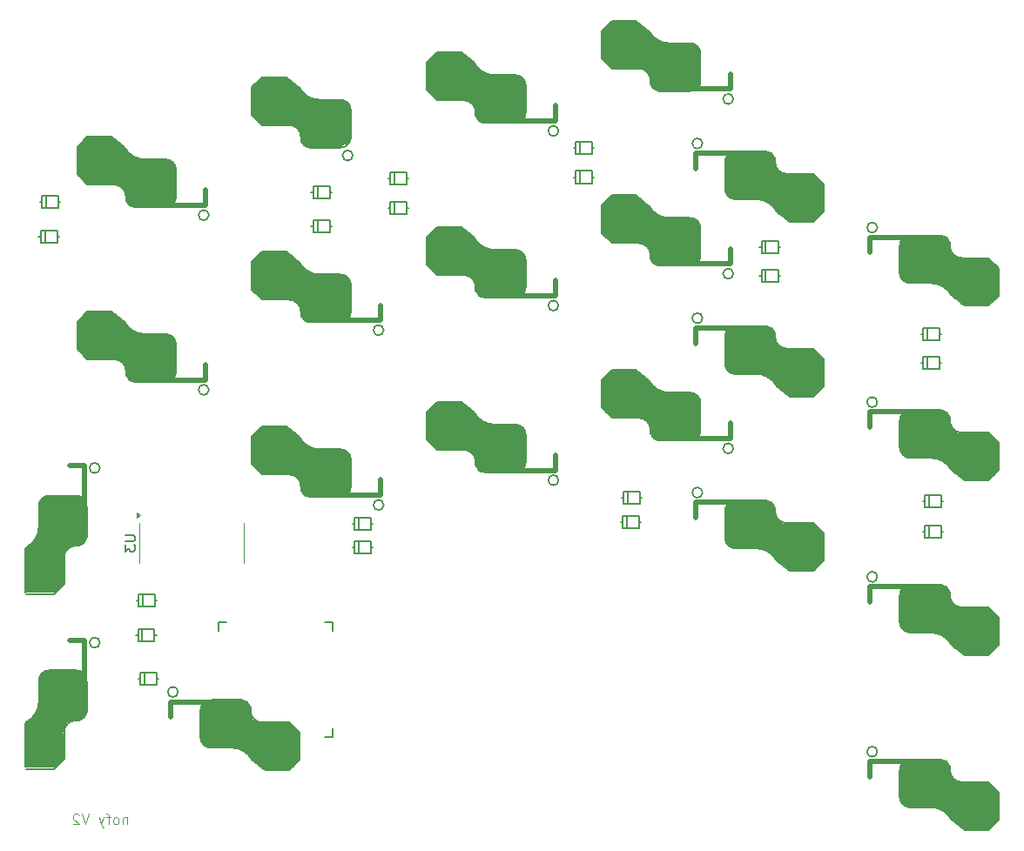
<source format=gbr>
G04 #@! TF.GenerationSoftware,KiCad,Pcbnew,9.0.0*
G04 #@! TF.CreationDate,2025-03-30T21:58:58+09:00*
G04 #@! TF.ProjectId,nofy,6e6f6679-2e6b-4696-9361-645f70636258,rev?*
G04 #@! TF.SameCoordinates,Original*
G04 #@! TF.FileFunction,Legend,Bot*
G04 #@! TF.FilePolarity,Positive*
%FSLAX46Y46*%
G04 Gerber Fmt 4.6, Leading zero omitted, Abs format (unit mm)*
G04 Created by KiCad (PCBNEW 9.0.0) date 2025-03-30 21:58:58*
%MOMM*%
%LPD*%
G01*
G04 APERTURE LIST*
%ADD10C,0.125000*%
%ADD11C,0.150000*%
%ADD12C,0.200000*%
%ADD13C,0.500000*%
%ADD14C,0.120000*%
G04 APERTURE END LIST*
D10*
X27453168Y-92837452D02*
X27453168Y-93504119D01*
X27453168Y-92932690D02*
X27405549Y-92885071D01*
X27405549Y-92885071D02*
X27310311Y-92837452D01*
X27310311Y-92837452D02*
X27167454Y-92837452D01*
X27167454Y-92837452D02*
X27072216Y-92885071D01*
X27072216Y-92885071D02*
X27024597Y-92980309D01*
X27024597Y-92980309D02*
X27024597Y-93504119D01*
X26405549Y-93504119D02*
X26500787Y-93456500D01*
X26500787Y-93456500D02*
X26548406Y-93408880D01*
X26548406Y-93408880D02*
X26596025Y-93313642D01*
X26596025Y-93313642D02*
X26596025Y-93027928D01*
X26596025Y-93027928D02*
X26548406Y-92932690D01*
X26548406Y-92932690D02*
X26500787Y-92885071D01*
X26500787Y-92885071D02*
X26405549Y-92837452D01*
X26405549Y-92837452D02*
X26262692Y-92837452D01*
X26262692Y-92837452D02*
X26167454Y-92885071D01*
X26167454Y-92885071D02*
X26119835Y-92932690D01*
X26119835Y-92932690D02*
X26072216Y-93027928D01*
X26072216Y-93027928D02*
X26072216Y-93313642D01*
X26072216Y-93313642D02*
X26119835Y-93408880D01*
X26119835Y-93408880D02*
X26167454Y-93456500D01*
X26167454Y-93456500D02*
X26262692Y-93504119D01*
X26262692Y-93504119D02*
X26405549Y-93504119D01*
X25786501Y-92837452D02*
X25405549Y-92837452D01*
X25643644Y-93504119D02*
X25643644Y-92646976D01*
X25643644Y-92646976D02*
X25596025Y-92551738D01*
X25596025Y-92551738D02*
X25500787Y-92504119D01*
X25500787Y-92504119D02*
X25405549Y-92504119D01*
X25167453Y-92837452D02*
X24929358Y-93504119D01*
X24691263Y-92837452D02*
X24929358Y-93504119D01*
X24929358Y-93504119D02*
X25024596Y-93742214D01*
X25024596Y-93742214D02*
X25072215Y-93789833D01*
X25072215Y-93789833D02*
X25167453Y-93837452D01*
X23691262Y-92504119D02*
X23357929Y-93504119D01*
X23357929Y-93504119D02*
X23024596Y-92504119D01*
X22738881Y-92599357D02*
X22691262Y-92551738D01*
X22691262Y-92551738D02*
X22596024Y-92504119D01*
X22596024Y-92504119D02*
X22357929Y-92504119D01*
X22357929Y-92504119D02*
X22262691Y-92551738D01*
X22262691Y-92551738D02*
X22215072Y-92599357D01*
X22215072Y-92599357D02*
X22167453Y-92694595D01*
X22167453Y-92694595D02*
X22167453Y-92789833D01*
X22167453Y-92789833D02*
X22215072Y-92932690D01*
X22215072Y-92932690D02*
X22786500Y-93504119D01*
X22786500Y-93504119D02*
X22167453Y-93504119D01*
D11*
X27228319Y-65371095D02*
X28037842Y-65371095D01*
X28037842Y-65371095D02*
X28133080Y-65418714D01*
X28133080Y-65418714D02*
X28180700Y-65466333D01*
X28180700Y-65466333D02*
X28228319Y-65561571D01*
X28228319Y-65561571D02*
X28228319Y-65752047D01*
X28228319Y-65752047D02*
X28180700Y-65847285D01*
X28180700Y-65847285D02*
X28133080Y-65894904D01*
X28133080Y-65894904D02*
X28037842Y-65942523D01*
X28037842Y-65942523D02*
X27228319Y-65942523D01*
X27228319Y-66323476D02*
X27228319Y-66942523D01*
X27228319Y-66942523D02*
X27609271Y-66609190D01*
X27609271Y-66609190D02*
X27609271Y-66752047D01*
X27609271Y-66752047D02*
X27656890Y-66847285D01*
X27656890Y-66847285D02*
X27704509Y-66894904D01*
X27704509Y-66894904D02*
X27799747Y-66942523D01*
X27799747Y-66942523D02*
X28037842Y-66942523D01*
X28037842Y-66942523D02*
X28133080Y-66894904D01*
X28133080Y-66894904D02*
X28180700Y-66847285D01*
X28180700Y-66847285D02*
X28228319Y-66752047D01*
X28228319Y-66752047D02*
X28228319Y-66466333D01*
X28228319Y-66466333D02*
X28180700Y-66371095D01*
X28180700Y-66371095D02*
X28133080Y-66323476D01*
D12*
X75506343Y-61733000D02*
X75704781Y-61733000D01*
X75704781Y-61137686D02*
X75704781Y-62328314D01*
X75704781Y-62328314D02*
X77292285Y-62328314D01*
X76101657Y-62328314D02*
X76101657Y-61137686D01*
X77292285Y-61137686D02*
X75704781Y-61137686D01*
X77292285Y-61733000D02*
X77490723Y-61733000D01*
X77292285Y-62328314D02*
X77292285Y-61137686D01*
D11*
X39573500Y-21808000D02*
X40573500Y-20808000D01*
X39573500Y-24458000D02*
X39573500Y-21808000D01*
X39573500Y-24458000D02*
X40573500Y-25458000D01*
X39723500Y-21663000D02*
X39723500Y-24593000D01*
X39823500Y-21583000D02*
X39823500Y-24703000D01*
X39923500Y-21473000D02*
X39923500Y-24803000D01*
X40023500Y-21373000D02*
X40023500Y-24903000D01*
X40173500Y-21213000D02*
X40173500Y-25043000D01*
X40323500Y-21083000D02*
X40323500Y-25203000D01*
X40473500Y-20943000D02*
X40473500Y-25333000D01*
X40573500Y-20808000D02*
X42898500Y-20808000D01*
X40573500Y-25458000D02*
X43148500Y-25458000D01*
X40623500Y-20833000D02*
X40623500Y-25433000D01*
X40773500Y-20833000D02*
X40773500Y-25433000D01*
X40923500Y-20833000D02*
X40923500Y-25433000D01*
X41073500Y-20833000D02*
X41073500Y-25433000D01*
X41223500Y-20833000D02*
X41223500Y-25433000D01*
X41373500Y-20833000D02*
X41373500Y-25433000D01*
X41523500Y-20833000D02*
X41523500Y-25433000D01*
X41673500Y-20833000D02*
X41673500Y-25433000D01*
X41823500Y-20833000D02*
X41823500Y-25433000D01*
X41973500Y-20833000D02*
X41973500Y-25433000D01*
X42123500Y-20833000D02*
X42123500Y-25433000D01*
X42273500Y-20833000D02*
X42273500Y-25433000D01*
X42423500Y-20833000D02*
X42423500Y-25433000D01*
X42573500Y-20833000D02*
X42573500Y-25433000D01*
X42723500Y-20833000D02*
X42723500Y-25433000D01*
X42873500Y-20833000D02*
X42873500Y-25433000D01*
X43023500Y-20923000D02*
X43023500Y-25383000D01*
X43173500Y-21043000D02*
X43173500Y-25433000D01*
X43323500Y-21153000D02*
X43323500Y-25433000D01*
X43473500Y-21273000D02*
X43473500Y-25433000D01*
X43623500Y-21413000D02*
X43623500Y-25533000D01*
X43763500Y-21513000D02*
X43773500Y-25583000D01*
X43873500Y-21603000D02*
X43873500Y-25633000D01*
X43973500Y-21683000D02*
X43973500Y-25683000D01*
X44073500Y-21763000D02*
X44073500Y-25783000D01*
X44173500Y-21833000D02*
X42898500Y-20808000D01*
X44173500Y-21833000D02*
X44173500Y-25983000D01*
X44273500Y-22013000D02*
X44273500Y-26133000D01*
X44323500Y-26633000D02*
X44323500Y-26956113D01*
X44373500Y-22183000D02*
X44373500Y-27083000D01*
X44523500Y-22333000D02*
X44523500Y-27283000D01*
X44673500Y-22483000D02*
X44673500Y-27473000D01*
X44823500Y-22583000D02*
X44823500Y-27553000D01*
X44973500Y-22683000D02*
X44973500Y-27603000D01*
X45123500Y-22783000D02*
X45123500Y-27633000D01*
X45184704Y-27658000D02*
X48148500Y-27658000D01*
X45273500Y-22833000D02*
X45273500Y-27653000D01*
X45423500Y-22933000D02*
X45423500Y-27643000D01*
X45573500Y-22983000D02*
X45573500Y-27583000D01*
X45723500Y-22983000D02*
X45723500Y-27633000D01*
X45873500Y-22993000D02*
X45873500Y-27633000D01*
X46023500Y-23033000D02*
X46023500Y-27583000D01*
X46173500Y-23008000D02*
X48148500Y-23008000D01*
X46173500Y-23033000D02*
X46173500Y-27633000D01*
X46323500Y-23033000D02*
X46323500Y-27633000D01*
X46473500Y-23033000D02*
X46473500Y-27633000D01*
X46623500Y-23033000D02*
X46623500Y-27633000D01*
X46773500Y-23033000D02*
X46773500Y-27633000D01*
X46923500Y-23033000D02*
X46923500Y-27633000D01*
X47073500Y-23033000D02*
X47073500Y-27633000D01*
X47223500Y-23033000D02*
X47223500Y-27633000D01*
X47373500Y-23033000D02*
X47373500Y-27633000D01*
X47523500Y-23033000D02*
X47523500Y-27633000D01*
X47673500Y-23033000D02*
X47673500Y-27633000D01*
X47823500Y-23033000D02*
X47823500Y-27633000D01*
X47973500Y-23033000D02*
X47973500Y-27633000D01*
X48123500Y-23033000D02*
X48123500Y-27633000D01*
X48273500Y-23023000D02*
X48273500Y-27533000D01*
X48423500Y-23063000D02*
X48423500Y-27383000D01*
X48573500Y-23113000D02*
X48573500Y-27233000D01*
X48723500Y-23193000D02*
X48723500Y-27333000D01*
X48873500Y-23333000D02*
X48873500Y-27303000D01*
X49023500Y-23503000D02*
X49023500Y-27183000D01*
X49178500Y-26658000D02*
X49178500Y-24008000D01*
X43148500Y-25458000D02*
G75*
G02*
X44323500Y-26633000I-2J-1175002D01*
G01*
X45184704Y-27658000D02*
G75*
G02*
X44323500Y-26956113I38796J926887D01*
G01*
X46173500Y-23015542D02*
G75*
G02*
X44173500Y-21833000I2J2282546D01*
G01*
X48178500Y-23008000D02*
G75*
G02*
X49178500Y-24008000I1J-999999D01*
G01*
X49178500Y-26658000D02*
G75*
G02*
X48178500Y-27658000I-999999J-1D01*
G01*
X49373500Y-28433000D02*
G75*
G02*
X48373500Y-28433000I-500000J0D01*
G01*
X48373500Y-28433000D02*
G75*
G02*
X49373500Y-28433000I500000J0D01*
G01*
X17523500Y-66733000D02*
X21523500Y-66733000D01*
X17523500Y-66943000D02*
X21423500Y-66933000D01*
X17523500Y-67083000D02*
X21373500Y-67083000D01*
X17523500Y-67233000D02*
X21273500Y-67233000D01*
X17523500Y-67383000D02*
X21273500Y-67383000D01*
X17523500Y-67533000D02*
X21298500Y-67533000D01*
X17523500Y-67683000D02*
X21223500Y-67683000D01*
X17523500Y-67833000D02*
X21273500Y-67833000D01*
X17523500Y-67983000D02*
X21273500Y-67983000D01*
X17523500Y-68133000D02*
X21273500Y-68133000D01*
X17523500Y-68283000D02*
X21273500Y-68283000D01*
X17523500Y-68433000D02*
X21273500Y-68433000D01*
X17523500Y-68583000D02*
X21273500Y-68583000D01*
X17523500Y-68733000D02*
X21273500Y-68733000D01*
X17523500Y-68883000D02*
X21273500Y-68883000D01*
X17523500Y-69033000D02*
X21273500Y-69033000D01*
X17523500Y-69183000D02*
X21273500Y-69183000D01*
X17523500Y-69333000D02*
X21273500Y-69333000D01*
X17523500Y-69483000D02*
X21273500Y-69483000D01*
X17523500Y-69633000D02*
X21273500Y-69633000D01*
X17523500Y-69783000D02*
X21273500Y-69783000D01*
X17523500Y-69933000D02*
X21273500Y-69933000D01*
X17523500Y-70083000D02*
X21273500Y-70083000D01*
X17523500Y-70233000D02*
X21173500Y-70233000D01*
X17523500Y-70383000D02*
X21043500Y-70383000D01*
X17523500Y-70533000D02*
X20883500Y-70533000D01*
X17523500Y-70683000D02*
X20743500Y-70683000D01*
X17523500Y-70783000D02*
X20643500Y-70783000D01*
X17523500Y-70883000D02*
X20543500Y-70883000D01*
X17523500Y-70933000D02*
X17523500Y-66733000D01*
X17573500Y-66833000D02*
X21473500Y-66833000D01*
X17603500Y-66633000D02*
X21623500Y-66633000D01*
X17673500Y-66533000D02*
X17523500Y-66733000D01*
X17673500Y-66533000D02*
X21823500Y-66533000D01*
X17853500Y-66433000D02*
X21973500Y-66433000D01*
X18023500Y-66333000D02*
X22923500Y-66333000D01*
X18173500Y-66183000D02*
X23123500Y-66183000D01*
X18323500Y-66033000D02*
X23313500Y-66033000D01*
X18423500Y-65883000D02*
X23393500Y-65883000D01*
X18523500Y-65733000D02*
X23443500Y-65733000D01*
X18623500Y-65583000D02*
X23473500Y-65583000D01*
X18673500Y-65433000D02*
X23493500Y-65433000D01*
X18773500Y-65283000D02*
X23483500Y-65283000D01*
X18823500Y-64983000D02*
X23473500Y-64983000D01*
X18823500Y-65133000D02*
X23423500Y-65133000D01*
X18833500Y-64833000D02*
X23473500Y-64833000D01*
X18848500Y-64533000D02*
X18848500Y-62558000D01*
X18863500Y-62433000D02*
X23373500Y-62433000D01*
X18873500Y-62583000D02*
X23473500Y-62583000D01*
X18873500Y-62733000D02*
X23473500Y-62733000D01*
X18873500Y-62883000D02*
X23473500Y-62883000D01*
X18873500Y-63033000D02*
X23473500Y-63033000D01*
X18873500Y-63183000D02*
X23473500Y-63183000D01*
X18873500Y-63333000D02*
X23473500Y-63333000D01*
X18873500Y-63483000D02*
X23473500Y-63483000D01*
X18873500Y-63633000D02*
X23473500Y-63633000D01*
X18873500Y-63783000D02*
X23473500Y-63783000D01*
X18873500Y-63933000D02*
X23473500Y-63933000D01*
X18873500Y-64083000D02*
X23473500Y-64083000D01*
X18873500Y-64233000D02*
X23473500Y-64233000D01*
X18873500Y-64383000D02*
X23473500Y-64383000D01*
X18873500Y-64533000D02*
X23473500Y-64533000D01*
X18873500Y-64683000D02*
X23423500Y-64683000D01*
X18903500Y-62283000D02*
X23223500Y-62283000D01*
X18953500Y-62133000D02*
X23073500Y-62133000D01*
X19033500Y-61983000D02*
X23173500Y-61983000D01*
X19173500Y-61833000D02*
X23143500Y-61833000D01*
X19343500Y-61683000D02*
X23023500Y-61683000D01*
X20298500Y-71133000D02*
X17648500Y-71133000D01*
X20298500Y-71133000D02*
X21298500Y-70133000D01*
X21298500Y-70133000D02*
X21298500Y-67558000D01*
X22473500Y-66383000D02*
X22796613Y-66383000D01*
X22498500Y-61528000D02*
X19848500Y-61528000D01*
D13*
X23318500Y-58633000D02*
X21818500Y-58633000D01*
X23318500Y-63033000D02*
X23318500Y-58633000D01*
D11*
X23498500Y-65521796D02*
X23498500Y-62558000D01*
X18848500Y-62528000D02*
G75*
G02*
X19848500Y-61528000I999999J1D01*
G01*
X18856042Y-64533000D02*
G75*
G02*
X17673500Y-66533000I-2282546J2D01*
G01*
X21298500Y-67558000D02*
G75*
G02*
X22473500Y-66383000I1175002J-2D01*
G01*
X22498500Y-61528000D02*
G75*
G02*
X23498500Y-62528000I1J-999999D01*
G01*
X23498500Y-65521796D02*
G75*
G02*
X22796613Y-66383000I-926887J38796D01*
G01*
X24773500Y-58833000D02*
G75*
G02*
X23773500Y-58833000I-500000J0D01*
G01*
X23773500Y-58833000D02*
G75*
G02*
X24773500Y-58833000I500000J0D01*
G01*
D13*
X82673500Y-62188000D02*
X82673500Y-63688000D01*
D11*
X85568500Y-63008000D02*
X85568500Y-65658000D01*
X85723500Y-66163000D02*
X85723500Y-62483000D01*
X85873500Y-66333000D02*
X85873500Y-62363000D01*
X86023500Y-66473000D02*
X86023500Y-62333000D01*
X86173500Y-66553000D02*
X86173500Y-62433000D01*
X86323500Y-66603000D02*
X86323500Y-62283000D01*
X86473500Y-66643000D02*
X86473500Y-62133000D01*
X86623500Y-66633000D02*
X86623500Y-62033000D01*
X86773500Y-66633000D02*
X86773500Y-62033000D01*
X86923500Y-66633000D02*
X86923500Y-62033000D01*
D13*
X87073500Y-62188000D02*
X82673500Y-62188000D01*
D11*
X87073500Y-66633000D02*
X87073500Y-62033000D01*
X87223500Y-66633000D02*
X87223500Y-62033000D01*
X87373500Y-66633000D02*
X87373500Y-62033000D01*
X87523500Y-66633000D02*
X87523500Y-62033000D01*
X87673500Y-66633000D02*
X87673500Y-62033000D01*
X87823500Y-66633000D02*
X87823500Y-62033000D01*
X87973500Y-66633000D02*
X87973500Y-62033000D01*
X88123500Y-66633000D02*
X88123500Y-62033000D01*
X88273500Y-66633000D02*
X88273500Y-62033000D01*
X88423500Y-66633000D02*
X88423500Y-62033000D01*
X88573500Y-66633000D02*
X88573500Y-62033000D01*
X88573500Y-66658000D02*
X86598500Y-66658000D01*
X88723500Y-66633000D02*
X88723500Y-62083000D01*
X88873500Y-66673000D02*
X88873500Y-62033000D01*
X89023500Y-66683000D02*
X89023500Y-62033000D01*
X89173500Y-66683000D02*
X89173500Y-62083000D01*
X89323500Y-66733000D02*
X89323500Y-62023000D01*
X89473500Y-66833000D02*
X89473500Y-62013000D01*
X89562296Y-62008000D02*
X86598500Y-62008000D01*
X89623500Y-66883000D02*
X89623500Y-62033000D01*
X89773500Y-66983000D02*
X89773500Y-62063000D01*
X89923500Y-67083000D02*
X89923500Y-62113000D01*
X90073500Y-67183000D02*
X90073500Y-62193000D01*
X90223500Y-67333000D02*
X90223500Y-62383000D01*
X90373500Y-67483000D02*
X90373500Y-62583000D01*
X90423500Y-63033000D02*
X90423500Y-62709887D01*
X90473500Y-67653000D02*
X90473500Y-63533000D01*
X90573500Y-67833000D02*
X90573500Y-63683000D01*
X90573500Y-67833000D02*
X91848500Y-68858000D01*
X90673500Y-67903000D02*
X90673500Y-63883000D01*
X90773500Y-67983000D02*
X90773500Y-63983000D01*
X90873500Y-68063000D02*
X90873500Y-64033000D01*
X90983500Y-68153000D02*
X90973500Y-64083000D01*
X91123500Y-68253000D02*
X91123500Y-64133000D01*
X91273500Y-68393000D02*
X91273500Y-64233000D01*
X91423500Y-68513000D02*
X91423500Y-64233000D01*
X91573500Y-68623000D02*
X91573500Y-64233000D01*
X91723500Y-68743000D02*
X91723500Y-64283000D01*
X91873500Y-68833000D02*
X91873500Y-64233000D01*
X92023500Y-68833000D02*
X92023500Y-64233000D01*
X92173500Y-68833000D02*
X92173500Y-64233000D01*
X92323500Y-68833000D02*
X92323500Y-64233000D01*
X92473500Y-68833000D02*
X92473500Y-64233000D01*
X92623500Y-68833000D02*
X92623500Y-64233000D01*
X92773500Y-68833000D02*
X92773500Y-64233000D01*
X92923500Y-68833000D02*
X92923500Y-64233000D01*
X93073500Y-68833000D02*
X93073500Y-64233000D01*
X93223500Y-68833000D02*
X93223500Y-64233000D01*
X93373500Y-68833000D02*
X93373500Y-64233000D01*
X93523500Y-68833000D02*
X93523500Y-64233000D01*
X93673500Y-68833000D02*
X93673500Y-64233000D01*
X93823500Y-68833000D02*
X93823500Y-64233000D01*
X93973500Y-68833000D02*
X93973500Y-64233000D01*
X94123500Y-68833000D02*
X94123500Y-64233000D01*
X94173500Y-64208000D02*
X91598500Y-64208000D01*
X94173500Y-68858000D02*
X91848500Y-68858000D01*
X94273500Y-68723000D02*
X94273500Y-64333000D01*
X94423500Y-68583000D02*
X94423500Y-64463000D01*
X94573500Y-68453000D02*
X94573500Y-64623000D01*
X94723500Y-68293000D02*
X94723500Y-64763000D01*
X94823500Y-68193000D02*
X94823500Y-64863000D01*
X94923500Y-68083000D02*
X94923500Y-64963000D01*
X95023500Y-68003000D02*
X95023500Y-65073000D01*
X95173500Y-65208000D02*
X94173500Y-64208000D01*
X95173500Y-65208000D02*
X95173500Y-67858000D01*
X95173500Y-67858000D02*
X94173500Y-68858000D01*
X85568500Y-63008000D02*
G75*
G02*
X86568500Y-62008000I999999J1D01*
G01*
X86568500Y-66658000D02*
G75*
G02*
X85568500Y-65658000I-1J999999D01*
G01*
X88573500Y-66650458D02*
G75*
G02*
X90573500Y-67833000I-2J-2282546D01*
G01*
X89562296Y-62008000D02*
G75*
G02*
X90423500Y-62709887I-38796J-926887D01*
G01*
X91598500Y-64208000D02*
G75*
G02*
X90423500Y-63033000I2J1175002D01*
G01*
X83373500Y-61233000D02*
G75*
G02*
X82373500Y-61233000I-500000J0D01*
G01*
X82373500Y-61233000D02*
G75*
G02*
X83373500Y-61233000I500000J0D01*
G01*
D13*
X31673500Y-81588000D02*
X31673500Y-83088000D01*
D11*
X34568500Y-82408000D02*
X34568500Y-85058000D01*
X34723500Y-85563000D02*
X34723500Y-81883000D01*
X34873500Y-85733000D02*
X34873500Y-81763000D01*
X35023500Y-85873000D02*
X35023500Y-81733000D01*
X35173500Y-85953000D02*
X35173500Y-81833000D01*
X35323500Y-86003000D02*
X35323500Y-81683000D01*
X35473500Y-86043000D02*
X35473500Y-81533000D01*
X35623500Y-86033000D02*
X35623500Y-81433000D01*
X35773500Y-86033000D02*
X35773500Y-81433000D01*
X35923500Y-86033000D02*
X35923500Y-81433000D01*
D13*
X36073500Y-81588000D02*
X31673500Y-81588000D01*
D11*
X36073500Y-86033000D02*
X36073500Y-81433000D01*
X36223500Y-86033000D02*
X36223500Y-81433000D01*
X36373500Y-86033000D02*
X36373500Y-81433000D01*
X36523500Y-86033000D02*
X36523500Y-81433000D01*
X36673500Y-86033000D02*
X36673500Y-81433000D01*
X36823500Y-86033000D02*
X36823500Y-81433000D01*
X36973500Y-86033000D02*
X36973500Y-81433000D01*
X37123500Y-86033000D02*
X37123500Y-81433000D01*
X37273500Y-86033000D02*
X37273500Y-81433000D01*
X37423500Y-86033000D02*
X37423500Y-81433000D01*
X37573500Y-86033000D02*
X37573500Y-81433000D01*
X37573500Y-86058000D02*
X35598500Y-86058000D01*
X37723500Y-86033000D02*
X37723500Y-81483000D01*
X37873500Y-86073000D02*
X37873500Y-81433000D01*
X38023500Y-86083000D02*
X38023500Y-81433000D01*
X38173500Y-86083000D02*
X38173500Y-81483000D01*
X38323500Y-86133000D02*
X38323500Y-81423000D01*
X38473500Y-86233000D02*
X38473500Y-81413000D01*
X38562296Y-81408000D02*
X35598500Y-81408000D01*
X38623500Y-86283000D02*
X38623500Y-81433000D01*
X38773500Y-86383000D02*
X38773500Y-81463000D01*
X38923500Y-86483000D02*
X38923500Y-81513000D01*
X39073500Y-86583000D02*
X39073500Y-81593000D01*
X39223500Y-86733000D02*
X39223500Y-81783000D01*
X39373500Y-86883000D02*
X39373500Y-81983000D01*
X39423500Y-82433000D02*
X39423500Y-82109887D01*
X39473500Y-87053000D02*
X39473500Y-82933000D01*
X39573500Y-87233000D02*
X39573500Y-83083000D01*
X39573500Y-87233000D02*
X40848500Y-88258000D01*
X39673500Y-87303000D02*
X39673500Y-83283000D01*
X39773500Y-87383000D02*
X39773500Y-83383000D01*
X39873500Y-87463000D02*
X39873500Y-83433000D01*
X39983500Y-87553000D02*
X39973500Y-83483000D01*
X40123500Y-87653000D02*
X40123500Y-83533000D01*
X40273500Y-87793000D02*
X40273500Y-83633000D01*
X40423500Y-87913000D02*
X40423500Y-83633000D01*
X40573500Y-88023000D02*
X40573500Y-83633000D01*
X40723500Y-88143000D02*
X40723500Y-83683000D01*
X40873500Y-88233000D02*
X40873500Y-83633000D01*
X41023500Y-88233000D02*
X41023500Y-83633000D01*
X41173500Y-88233000D02*
X41173500Y-83633000D01*
X41323500Y-88233000D02*
X41323500Y-83633000D01*
X41473500Y-88233000D02*
X41473500Y-83633000D01*
X41623500Y-88233000D02*
X41623500Y-83633000D01*
X41773500Y-88233000D02*
X41773500Y-83633000D01*
X41923500Y-88233000D02*
X41923500Y-83633000D01*
X42073500Y-88233000D02*
X42073500Y-83633000D01*
X42223500Y-88233000D02*
X42223500Y-83633000D01*
X42373500Y-88233000D02*
X42373500Y-83633000D01*
X42523500Y-88233000D02*
X42523500Y-83633000D01*
X42673500Y-88233000D02*
X42673500Y-83633000D01*
X42823500Y-88233000D02*
X42823500Y-83633000D01*
X42973500Y-88233000D02*
X42973500Y-83633000D01*
X43123500Y-88233000D02*
X43123500Y-83633000D01*
X43173500Y-83608000D02*
X40598500Y-83608000D01*
X43173500Y-88258000D02*
X40848500Y-88258000D01*
X43273500Y-88123000D02*
X43273500Y-83733000D01*
X43423500Y-87983000D02*
X43423500Y-83863000D01*
X43573500Y-87853000D02*
X43573500Y-84023000D01*
X43723500Y-87693000D02*
X43723500Y-84163000D01*
X43823500Y-87593000D02*
X43823500Y-84263000D01*
X43923500Y-87483000D02*
X43923500Y-84363000D01*
X44023500Y-87403000D02*
X44023500Y-84473000D01*
X44173500Y-84608000D02*
X43173500Y-83608000D01*
X44173500Y-84608000D02*
X44173500Y-87258000D01*
X44173500Y-87258000D02*
X43173500Y-88258000D01*
X34568500Y-82408000D02*
G75*
G02*
X35568500Y-81408000I999999J1D01*
G01*
X35568500Y-86058000D02*
G75*
G02*
X34568500Y-85058000I-1J999999D01*
G01*
X37573500Y-86050458D02*
G75*
G02*
X39573500Y-87233000I-2J-2282546D01*
G01*
X38562296Y-81408000D02*
G75*
G02*
X39423500Y-82109887I-38796J-926887D01*
G01*
X40598500Y-83608000D02*
G75*
G02*
X39423500Y-82433000I2J1175002D01*
G01*
X32373500Y-80633000D02*
G75*
G02*
X31373500Y-80633000I-500000J0D01*
G01*
X31373500Y-80633000D02*
G75*
G02*
X32373500Y-80633000I500000J0D01*
G01*
D12*
X88932843Y-40133000D02*
X89131281Y-40133000D01*
X89131281Y-39537686D02*
X89131281Y-40728314D01*
X89131281Y-40728314D02*
X90718785Y-40728314D01*
X89528157Y-40728314D02*
X89528157Y-39537686D01*
X90718785Y-39537686D02*
X89131281Y-39537686D01*
X90718785Y-40133000D02*
X90917223Y-40133000D01*
X90718785Y-40728314D02*
X90718785Y-39537686D01*
X70832843Y-30533000D02*
X71031281Y-30533000D01*
X71031281Y-29937686D02*
X71031281Y-31128314D01*
X71031281Y-31128314D02*
X72618785Y-31128314D01*
X71428157Y-31128314D02*
X71428157Y-29937686D01*
X72618785Y-29937686D02*
X71031281Y-29937686D01*
X72618785Y-30533000D02*
X72817223Y-30533000D01*
X72618785Y-31128314D02*
X72618785Y-29937686D01*
X104806343Y-65033000D02*
X105004781Y-65033000D01*
X105004781Y-64437686D02*
X105004781Y-65628314D01*
X105004781Y-65628314D02*
X106592285Y-65628314D01*
X105401657Y-65628314D02*
X105401657Y-64437686D01*
X106592285Y-64437686D02*
X105004781Y-64437686D01*
X106592285Y-65033000D02*
X106790723Y-65033000D01*
X106592285Y-65628314D02*
X106592285Y-64437686D01*
X49332843Y-64233000D02*
X49531281Y-64233000D01*
X49531281Y-63637686D02*
X49531281Y-64828314D01*
X49531281Y-64828314D02*
X51118785Y-64828314D01*
X49928157Y-64828314D02*
X49928157Y-63637686D01*
X51118785Y-63637686D02*
X49531281Y-63637686D01*
X51118785Y-64233000D02*
X51317223Y-64233000D01*
X51118785Y-64828314D02*
X51118785Y-63637686D01*
X28332843Y-71733000D02*
X28531281Y-71733000D01*
X28531281Y-71137686D02*
X28531281Y-72328314D01*
X28531281Y-72328314D02*
X30118785Y-72328314D01*
X28928157Y-72328314D02*
X28928157Y-71137686D01*
X30118785Y-71137686D02*
X28531281Y-71137686D01*
X30118785Y-71733000D02*
X30317223Y-71733000D01*
X30118785Y-72328314D02*
X30118785Y-71137686D01*
D13*
X82673500Y-28213000D02*
X82673500Y-29713000D01*
D11*
X85568500Y-29033000D02*
X85568500Y-31683000D01*
X85723500Y-32188000D02*
X85723500Y-28508000D01*
X85873500Y-32358000D02*
X85873500Y-28388000D01*
X86023500Y-32498000D02*
X86023500Y-28358000D01*
X86173500Y-32578000D02*
X86173500Y-28458000D01*
X86323500Y-32628000D02*
X86323500Y-28308000D01*
X86473500Y-32668000D02*
X86473500Y-28158000D01*
X86623500Y-32658000D02*
X86623500Y-28058000D01*
X86773500Y-32658000D02*
X86773500Y-28058000D01*
X86923500Y-32658000D02*
X86923500Y-28058000D01*
D13*
X87073500Y-28213000D02*
X82673500Y-28213000D01*
D11*
X87073500Y-32658000D02*
X87073500Y-28058000D01*
X87223500Y-32658000D02*
X87223500Y-28058000D01*
X87373500Y-32658000D02*
X87373500Y-28058000D01*
X87523500Y-32658000D02*
X87523500Y-28058000D01*
X87673500Y-32658000D02*
X87673500Y-28058000D01*
X87823500Y-32658000D02*
X87823500Y-28058000D01*
X87973500Y-32658000D02*
X87973500Y-28058000D01*
X88123500Y-32658000D02*
X88123500Y-28058000D01*
X88273500Y-32658000D02*
X88273500Y-28058000D01*
X88423500Y-32658000D02*
X88423500Y-28058000D01*
X88573500Y-32658000D02*
X88573500Y-28058000D01*
X88573500Y-32683000D02*
X86598500Y-32683000D01*
X88723500Y-32658000D02*
X88723500Y-28108000D01*
X88873500Y-32698000D02*
X88873500Y-28058000D01*
X89023500Y-32708000D02*
X89023500Y-28058000D01*
X89173500Y-32708000D02*
X89173500Y-28108000D01*
X89323500Y-32758000D02*
X89323500Y-28048000D01*
X89473500Y-32858000D02*
X89473500Y-28038000D01*
X89562296Y-28033000D02*
X86598500Y-28033000D01*
X89623500Y-32908000D02*
X89623500Y-28058000D01*
X89773500Y-33008000D02*
X89773500Y-28088000D01*
X89923500Y-33108000D02*
X89923500Y-28138000D01*
X90073500Y-33208000D02*
X90073500Y-28218000D01*
X90223500Y-33358000D02*
X90223500Y-28408000D01*
X90373500Y-33508000D02*
X90373500Y-28608000D01*
X90423500Y-29058000D02*
X90423500Y-28734887D01*
X90473500Y-33678000D02*
X90473500Y-29558000D01*
X90573500Y-33858000D02*
X90573500Y-29708000D01*
X90573500Y-33858000D02*
X91848500Y-34883000D01*
X90673500Y-33928000D02*
X90673500Y-29908000D01*
X90773500Y-34008000D02*
X90773500Y-30008000D01*
X90873500Y-34088000D02*
X90873500Y-30058000D01*
X90983500Y-34178000D02*
X90973500Y-30108000D01*
X91123500Y-34278000D02*
X91123500Y-30158000D01*
X91273500Y-34418000D02*
X91273500Y-30258000D01*
X91423500Y-34538000D02*
X91423500Y-30258000D01*
X91573500Y-34648000D02*
X91573500Y-30258000D01*
X91723500Y-34768000D02*
X91723500Y-30308000D01*
X91873500Y-34858000D02*
X91873500Y-30258000D01*
X92023500Y-34858000D02*
X92023500Y-30258000D01*
X92173500Y-34858000D02*
X92173500Y-30258000D01*
X92323500Y-34858000D02*
X92323500Y-30258000D01*
X92473500Y-34858000D02*
X92473500Y-30258000D01*
X92623500Y-34858000D02*
X92623500Y-30258000D01*
X92773500Y-34858000D02*
X92773500Y-30258000D01*
X92923500Y-34858000D02*
X92923500Y-30258000D01*
X93073500Y-34858000D02*
X93073500Y-30258000D01*
X93223500Y-34858000D02*
X93223500Y-30258000D01*
X93373500Y-34858000D02*
X93373500Y-30258000D01*
X93523500Y-34858000D02*
X93523500Y-30258000D01*
X93673500Y-34858000D02*
X93673500Y-30258000D01*
X93823500Y-34858000D02*
X93823500Y-30258000D01*
X93973500Y-34858000D02*
X93973500Y-30258000D01*
X94123500Y-34858000D02*
X94123500Y-30258000D01*
X94173500Y-30233000D02*
X91598500Y-30233000D01*
X94173500Y-34883000D02*
X91848500Y-34883000D01*
X94273500Y-34748000D02*
X94273500Y-30358000D01*
X94423500Y-34608000D02*
X94423500Y-30488000D01*
X94573500Y-34478000D02*
X94573500Y-30648000D01*
X94723500Y-34318000D02*
X94723500Y-30788000D01*
X94823500Y-34218000D02*
X94823500Y-30888000D01*
X94923500Y-34108000D02*
X94923500Y-30988000D01*
X95023500Y-34028000D02*
X95023500Y-31098000D01*
X95173500Y-31233000D02*
X94173500Y-30233000D01*
X95173500Y-31233000D02*
X95173500Y-33883000D01*
X95173500Y-33883000D02*
X94173500Y-34883000D01*
X85568500Y-29033000D02*
G75*
G02*
X86568500Y-28033000I999999J1D01*
G01*
X86568500Y-32683000D02*
G75*
G02*
X85568500Y-31683000I-1J999999D01*
G01*
X88573500Y-32675458D02*
G75*
G02*
X90573500Y-33858000I-2J-2282546D01*
G01*
X89562296Y-28033000D02*
G75*
G02*
X90423500Y-28734887I-38796J-926887D01*
G01*
X91598500Y-30233000D02*
G75*
G02*
X90423500Y-29058000I2J1175002D01*
G01*
X83373500Y-27258000D02*
G75*
G02*
X82373500Y-27258000I-500000J0D01*
G01*
X82373500Y-27258000D02*
G75*
G02*
X83373500Y-27258000I500000J0D01*
G01*
D13*
X99673500Y-36388000D02*
X99673500Y-37888000D01*
D11*
X102568500Y-37208000D02*
X102568500Y-39858000D01*
X102723500Y-40363000D02*
X102723500Y-36683000D01*
X102873500Y-40533000D02*
X102873500Y-36563000D01*
X103023500Y-40673000D02*
X103023500Y-36533000D01*
X103173500Y-40753000D02*
X103173500Y-36633000D01*
X103323500Y-40803000D02*
X103323500Y-36483000D01*
X103473500Y-40843000D02*
X103473500Y-36333000D01*
X103623500Y-40833000D02*
X103623500Y-36233000D01*
X103773500Y-40833000D02*
X103773500Y-36233000D01*
X103923500Y-40833000D02*
X103923500Y-36233000D01*
D13*
X104073500Y-36388000D02*
X99673500Y-36388000D01*
D11*
X104073500Y-40833000D02*
X104073500Y-36233000D01*
X104223500Y-40833000D02*
X104223500Y-36233000D01*
X104373500Y-40833000D02*
X104373500Y-36233000D01*
X104523500Y-40833000D02*
X104523500Y-36233000D01*
X104673500Y-40833000D02*
X104673500Y-36233000D01*
X104823500Y-40833000D02*
X104823500Y-36233000D01*
X104973500Y-40833000D02*
X104973500Y-36233000D01*
X105123500Y-40833000D02*
X105123500Y-36233000D01*
X105273500Y-40833000D02*
X105273500Y-36233000D01*
X105423500Y-40833000D02*
X105423500Y-36233000D01*
X105573500Y-40833000D02*
X105573500Y-36233000D01*
X105573500Y-40858000D02*
X103598500Y-40858000D01*
X105723500Y-40833000D02*
X105723500Y-36283000D01*
X105873500Y-40873000D02*
X105873500Y-36233000D01*
X106023500Y-40883000D02*
X106023500Y-36233000D01*
X106173500Y-40883000D02*
X106173500Y-36283000D01*
X106323500Y-40933000D02*
X106323500Y-36223000D01*
X106473500Y-41033000D02*
X106473500Y-36213000D01*
X106562296Y-36208000D02*
X103598500Y-36208000D01*
X106623500Y-41083000D02*
X106623500Y-36233000D01*
X106773500Y-41183000D02*
X106773500Y-36263000D01*
X106923500Y-41283000D02*
X106923500Y-36313000D01*
X107073500Y-41383000D02*
X107073500Y-36393000D01*
X107223500Y-41533000D02*
X107223500Y-36583000D01*
X107373500Y-41683000D02*
X107373500Y-36783000D01*
X107423500Y-37233000D02*
X107423500Y-36909887D01*
X107473500Y-41853000D02*
X107473500Y-37733000D01*
X107573500Y-42033000D02*
X107573500Y-37883000D01*
X107573500Y-42033000D02*
X108848500Y-43058000D01*
X107673500Y-42103000D02*
X107673500Y-38083000D01*
X107773500Y-42183000D02*
X107773500Y-38183000D01*
X107873500Y-42263000D02*
X107873500Y-38233000D01*
X107983500Y-42353000D02*
X107973500Y-38283000D01*
X108123500Y-42453000D02*
X108123500Y-38333000D01*
X108273500Y-42593000D02*
X108273500Y-38433000D01*
X108423500Y-42713000D02*
X108423500Y-38433000D01*
X108573500Y-42823000D02*
X108573500Y-38433000D01*
X108723500Y-42943000D02*
X108723500Y-38483000D01*
X108873500Y-43033000D02*
X108873500Y-38433000D01*
X109023500Y-43033000D02*
X109023500Y-38433000D01*
X109173500Y-43033000D02*
X109173500Y-38433000D01*
X109323500Y-43033000D02*
X109323500Y-38433000D01*
X109473500Y-43033000D02*
X109473500Y-38433000D01*
X109623500Y-43033000D02*
X109623500Y-38433000D01*
X109773500Y-43033000D02*
X109773500Y-38433000D01*
X109923500Y-43033000D02*
X109923500Y-38433000D01*
X110073500Y-43033000D02*
X110073500Y-38433000D01*
X110223500Y-43033000D02*
X110223500Y-38433000D01*
X110373500Y-43033000D02*
X110373500Y-38433000D01*
X110523500Y-43033000D02*
X110523500Y-38433000D01*
X110673500Y-43033000D02*
X110673500Y-38433000D01*
X110823500Y-43033000D02*
X110823500Y-38433000D01*
X110973500Y-43033000D02*
X110973500Y-38433000D01*
X111123500Y-43033000D02*
X111123500Y-38433000D01*
X111173500Y-38408000D02*
X108598500Y-38408000D01*
X111173500Y-43058000D02*
X108848500Y-43058000D01*
X111273500Y-42923000D02*
X111273500Y-38533000D01*
X111423500Y-42783000D02*
X111423500Y-38663000D01*
X111573500Y-42653000D02*
X111573500Y-38823000D01*
X111723500Y-42493000D02*
X111723500Y-38963000D01*
X111823500Y-42393000D02*
X111823500Y-39063000D01*
X111923500Y-42283000D02*
X111923500Y-39163000D01*
X112023500Y-42203000D02*
X112023500Y-39273000D01*
X112173500Y-39408000D02*
X111173500Y-38408000D01*
X112173500Y-39408000D02*
X112173500Y-42058000D01*
X112173500Y-42058000D02*
X111173500Y-43058000D01*
X102568500Y-37208000D02*
G75*
G02*
X103568500Y-36208000I999999J1D01*
G01*
X103568500Y-40858000D02*
G75*
G02*
X102568500Y-39858000I-1J999999D01*
G01*
X105573500Y-40850458D02*
G75*
G02*
X107573500Y-42033000I-2J-2282546D01*
G01*
X106562296Y-36208000D02*
G75*
G02*
X107423500Y-36909887I-38796J-926887D01*
G01*
X108598500Y-38408000D02*
G75*
G02*
X107423500Y-37233000I2J1175002D01*
G01*
X100373500Y-35433000D02*
G75*
G02*
X99373500Y-35433000I-500000J0D01*
G01*
X99373500Y-35433000D02*
G75*
G02*
X100373500Y-35433000I500000J0D01*
G01*
D12*
X28522844Y-79303000D02*
X28721281Y-79303000D01*
X28721281Y-78707686D02*
X28721281Y-79898314D01*
X28721281Y-79898314D02*
X30308785Y-79898314D01*
X29118157Y-79898314D02*
X29118157Y-78707686D01*
X30308785Y-78707686D02*
X28721281Y-78707686D01*
X30308785Y-79303000D02*
X30507223Y-79303000D01*
X30308785Y-79898314D02*
X30308785Y-78707686D01*
D11*
X73573500Y-50308000D02*
X74573500Y-49308000D01*
X73573500Y-52958000D02*
X73573500Y-50308000D01*
X73573500Y-52958000D02*
X74573500Y-53958000D01*
X73723500Y-50163000D02*
X73723500Y-53093000D01*
X73823500Y-50083000D02*
X73823500Y-53203000D01*
X73923500Y-49973000D02*
X73923500Y-53303000D01*
X74023500Y-49873000D02*
X74023500Y-53403000D01*
X74173500Y-49713000D02*
X74173500Y-53543000D01*
X74323500Y-49583000D02*
X74323500Y-53703000D01*
X74473500Y-49443000D02*
X74473500Y-53833000D01*
X74573500Y-49308000D02*
X76898500Y-49308000D01*
X74573500Y-53958000D02*
X77148500Y-53958000D01*
X74623500Y-49333000D02*
X74623500Y-53933000D01*
X74773500Y-49333000D02*
X74773500Y-53933000D01*
X74923500Y-49333000D02*
X74923500Y-53933000D01*
X75073500Y-49333000D02*
X75073500Y-53933000D01*
X75223500Y-49333000D02*
X75223500Y-53933000D01*
X75373500Y-49333000D02*
X75373500Y-53933000D01*
X75523500Y-49333000D02*
X75523500Y-53933000D01*
X75673500Y-49333000D02*
X75673500Y-53933000D01*
X75823500Y-49333000D02*
X75823500Y-53933000D01*
X75973500Y-49333000D02*
X75973500Y-53933000D01*
X76123500Y-49333000D02*
X76123500Y-53933000D01*
X76273500Y-49333000D02*
X76273500Y-53933000D01*
X76423500Y-49333000D02*
X76423500Y-53933000D01*
X76573500Y-49333000D02*
X76573500Y-53933000D01*
X76723500Y-49333000D02*
X76723500Y-53933000D01*
X76873500Y-49333000D02*
X76873500Y-53933000D01*
X77023500Y-49423000D02*
X77023500Y-53883000D01*
X77173500Y-49543000D02*
X77173500Y-53933000D01*
X77323500Y-49653000D02*
X77323500Y-53933000D01*
X77473500Y-49773000D02*
X77473500Y-53933000D01*
X77623500Y-49913000D02*
X77623500Y-54033000D01*
X77763500Y-50013000D02*
X77773500Y-54083000D01*
X77873500Y-50103000D02*
X77873500Y-54133000D01*
X77973500Y-50183000D02*
X77973500Y-54183000D01*
X78073500Y-50263000D02*
X78073500Y-54283000D01*
X78173500Y-50333000D02*
X76898500Y-49308000D01*
X78173500Y-50333000D02*
X78173500Y-54483000D01*
X78273500Y-50513000D02*
X78273500Y-54633000D01*
X78323500Y-55133000D02*
X78323500Y-55456113D01*
X78373500Y-50683000D02*
X78373500Y-55583000D01*
X78523500Y-50833000D02*
X78523500Y-55783000D01*
X78673500Y-50983000D02*
X78673500Y-55973000D01*
X78823500Y-51083000D02*
X78823500Y-56053000D01*
X78973500Y-51183000D02*
X78973500Y-56103000D01*
X79123500Y-51283000D02*
X79123500Y-56133000D01*
X79184704Y-56158000D02*
X82148500Y-56158000D01*
X79273500Y-51333000D02*
X79273500Y-56153000D01*
X79423500Y-51433000D02*
X79423500Y-56143000D01*
X79573500Y-51483000D02*
X79573500Y-56083000D01*
X79723500Y-51483000D02*
X79723500Y-56133000D01*
X79873500Y-51493000D02*
X79873500Y-56133000D01*
X80023500Y-51533000D02*
X80023500Y-56083000D01*
X80173500Y-51508000D02*
X82148500Y-51508000D01*
X80173500Y-51533000D02*
X80173500Y-56133000D01*
X80323500Y-51533000D02*
X80323500Y-56133000D01*
X80473500Y-51533000D02*
X80473500Y-56133000D01*
X80623500Y-51533000D02*
X80623500Y-56133000D01*
X80773500Y-51533000D02*
X80773500Y-56133000D01*
X80923500Y-51533000D02*
X80923500Y-56133000D01*
X81073500Y-51533000D02*
X81073500Y-56133000D01*
X81223500Y-51533000D02*
X81223500Y-56133000D01*
X81373500Y-51533000D02*
X81373500Y-56133000D01*
X81523500Y-51533000D02*
X81523500Y-56133000D01*
X81673500Y-51533000D02*
X81673500Y-56133000D01*
D13*
X81673500Y-55978000D02*
X86073500Y-55978000D01*
D11*
X81823500Y-51533000D02*
X81823500Y-56133000D01*
X81973500Y-51533000D02*
X81973500Y-56133000D01*
X82123500Y-51533000D02*
X82123500Y-56133000D01*
X82273500Y-51523000D02*
X82273500Y-56033000D01*
X82423500Y-51563000D02*
X82423500Y-55883000D01*
X82573500Y-51613000D02*
X82573500Y-55733000D01*
X82723500Y-51693000D02*
X82723500Y-55833000D01*
X82873500Y-51833000D02*
X82873500Y-55803000D01*
X83023500Y-52003000D02*
X83023500Y-55683000D01*
X83178500Y-55158000D02*
X83178500Y-52508000D01*
D13*
X86073500Y-55978000D02*
X86073500Y-54478000D01*
D11*
X77148500Y-53958000D02*
G75*
G02*
X78323500Y-55133000I-2J-1175002D01*
G01*
X79184704Y-56158000D02*
G75*
G02*
X78323500Y-55456113I38796J926887D01*
G01*
X80173500Y-51515542D02*
G75*
G02*
X78173500Y-50333000I2J2282546D01*
G01*
X82178500Y-51508000D02*
G75*
G02*
X83178500Y-52508000I1J-999999D01*
G01*
X83178500Y-55158000D02*
G75*
G02*
X82178500Y-56158000I-999999J-1D01*
G01*
X86373500Y-56933000D02*
G75*
G02*
X85373500Y-56933000I-500000J0D01*
G01*
X85373500Y-56933000D02*
G75*
G02*
X86373500Y-56933000I500000J0D01*
G01*
D12*
X104632843Y-48633000D02*
X104831281Y-48633000D01*
X104831281Y-48037686D02*
X104831281Y-49228314D01*
X104831281Y-49228314D02*
X106418785Y-49228314D01*
X105228157Y-49228314D02*
X105228157Y-48037686D01*
X106418785Y-48037686D02*
X104831281Y-48037686D01*
X106418785Y-48633000D02*
X106617223Y-48633000D01*
X106418785Y-49228314D02*
X106418785Y-48037686D01*
D11*
X17523500Y-83733000D02*
X21523500Y-83733000D01*
X17523500Y-84233000D02*
X21273500Y-84233000D01*
X17523500Y-84383000D02*
X21273500Y-84383000D01*
X17523500Y-84533000D02*
X21273500Y-84533000D01*
X17523500Y-84683000D02*
X21173500Y-84683000D01*
X17523500Y-84833000D02*
X21273500Y-84833000D01*
X17523500Y-84983000D02*
X21273500Y-84983000D01*
X17523500Y-85133000D02*
X21273500Y-85133000D01*
X17523500Y-85283000D02*
X21273500Y-85283000D01*
X17523500Y-85433000D02*
X21273500Y-85433000D01*
X17523500Y-85583000D02*
X21273500Y-85583000D01*
X17523500Y-85733000D02*
X21273500Y-85733000D01*
X17523500Y-85883000D02*
X21273500Y-85883000D01*
X17523500Y-87083000D02*
X21273500Y-87083000D01*
X17523500Y-87233000D02*
X21173500Y-87233000D01*
X17523500Y-87383000D02*
X21043500Y-87383000D01*
X17523500Y-87533000D02*
X20898500Y-87533000D01*
X17523500Y-87683000D02*
X20743500Y-87683000D01*
X17523500Y-87783000D02*
X20643500Y-87783000D01*
X17523500Y-87883000D02*
X17523500Y-83733000D01*
X17523500Y-87883000D02*
X20543500Y-87883000D01*
X17573500Y-83833000D02*
X21523500Y-83833000D01*
X17573500Y-83943000D02*
X21373500Y-83933000D01*
X17573500Y-84083000D02*
X21373500Y-84083000D01*
X17573500Y-86033000D02*
X21273500Y-86033000D01*
X17573500Y-86183000D02*
X21273500Y-86183000D01*
X17573500Y-86333000D02*
X21273500Y-86333000D01*
X17573500Y-86483000D02*
X21273500Y-86483000D01*
X17573500Y-86633000D02*
X21273500Y-86633000D01*
X17573500Y-86783000D02*
X21273500Y-86783000D01*
X17573500Y-86933000D02*
X21273500Y-86933000D01*
X17603500Y-83633000D02*
X21623500Y-83633000D01*
X17673500Y-83533000D02*
X17512716Y-83733000D01*
X17673500Y-83533000D02*
X21823500Y-83533000D01*
X17853500Y-83433000D02*
X21973500Y-83433000D01*
X18023500Y-83333000D02*
X22923500Y-83333000D01*
X18173500Y-83183000D02*
X23123500Y-83183000D01*
X18323500Y-83033000D02*
X23313500Y-83033000D01*
X18423500Y-82883000D02*
X23393500Y-82883000D01*
X18523500Y-82733000D02*
X23443500Y-82733000D01*
X18623500Y-82583000D02*
X23473500Y-82583000D01*
X18673500Y-82433000D02*
X23493500Y-82433000D01*
X18773500Y-82283000D02*
X23483500Y-82283000D01*
X18823500Y-81983000D02*
X23473500Y-81983000D01*
X18823500Y-82133000D02*
X23423500Y-82133000D01*
X18833500Y-81833000D02*
X23473500Y-81833000D01*
X18848500Y-81533000D02*
X18848500Y-79558000D01*
X18863500Y-79433000D02*
X23373500Y-79433000D01*
X18873500Y-79583000D02*
X23473500Y-79583000D01*
X18873500Y-79733000D02*
X23473500Y-79733000D01*
X18873500Y-79883000D02*
X23473500Y-79883000D01*
X18873500Y-80033000D02*
X23473500Y-80033000D01*
X18873500Y-80183000D02*
X23473500Y-80183000D01*
X18873500Y-80333000D02*
X23473500Y-80333000D01*
X18873500Y-80483000D02*
X23473500Y-80483000D01*
X18873500Y-80633000D02*
X23473500Y-80633000D01*
X18873500Y-80783000D02*
X23473500Y-80783000D01*
X18873500Y-80933000D02*
X23473500Y-80933000D01*
X18873500Y-81083000D02*
X23473500Y-81083000D01*
X18873500Y-81233000D02*
X23473500Y-81233000D01*
X18873500Y-81383000D02*
X23473500Y-81383000D01*
X18873500Y-81533000D02*
X23473500Y-81533000D01*
X18873500Y-81683000D02*
X23423500Y-81683000D01*
X18903500Y-79283000D02*
X23223500Y-79283000D01*
X18953500Y-79133000D02*
X23073500Y-79133000D01*
X19033500Y-78983000D02*
X23173500Y-78983000D01*
X19173500Y-78833000D02*
X23143500Y-78833000D01*
X19343500Y-78683000D02*
X23023500Y-78683000D01*
X20298500Y-88133000D02*
X17648500Y-88133000D01*
X20298500Y-88133000D02*
X21298500Y-87133000D01*
X21298500Y-87133000D02*
X21298500Y-84558000D01*
X22473500Y-83383000D02*
X22796613Y-83383000D01*
X22498500Y-78528000D02*
X19848500Y-78528000D01*
D13*
X23318500Y-75633000D02*
X21818500Y-75633000D01*
X23318500Y-80033000D02*
X23318500Y-75633000D01*
D11*
X23498500Y-82521796D02*
X23498500Y-79558000D01*
X18848500Y-79528000D02*
G75*
G02*
X19848500Y-78528000I999999J1D01*
G01*
X18856042Y-81533000D02*
G75*
G02*
X17673500Y-83533000I-2282546J2D01*
G01*
X21298500Y-84558000D02*
G75*
G02*
X22473500Y-83383000I1175002J-2D01*
G01*
X22498500Y-78528000D02*
G75*
G02*
X23498500Y-79528000I1J-999999D01*
G01*
X23498500Y-82521796D02*
G75*
G02*
X22796613Y-83383000I-926887J38796D01*
G01*
X24773500Y-75833000D02*
G75*
G02*
X23773500Y-75833000I-500000J0D01*
G01*
X23773500Y-75833000D02*
G75*
G02*
X24773500Y-75833000I500000J0D01*
G01*
D12*
X104632843Y-45833000D02*
X104831281Y-45833000D01*
X104831281Y-45237686D02*
X104831281Y-46428314D01*
X104831281Y-46428314D02*
X106418785Y-46428314D01*
X105228157Y-46428314D02*
X105228157Y-45237686D01*
X106418785Y-45237686D02*
X104831281Y-45237686D01*
X106418785Y-45833000D02*
X106617223Y-45833000D01*
X106418785Y-46428314D02*
X106418785Y-45237686D01*
D13*
X99673500Y-70388000D02*
X99673500Y-71888000D01*
D11*
X102568500Y-71208000D02*
X102568500Y-73858000D01*
X102723500Y-74363000D02*
X102723500Y-70683000D01*
X102873500Y-74533000D02*
X102873500Y-70563000D01*
X103023500Y-74673000D02*
X103023500Y-70533000D01*
X103173500Y-74753000D02*
X103173500Y-70633000D01*
X103323500Y-74803000D02*
X103323500Y-70483000D01*
X103473500Y-74843000D02*
X103473500Y-70333000D01*
X103623500Y-74833000D02*
X103623500Y-70233000D01*
X103773500Y-74833000D02*
X103773500Y-70233000D01*
X103923500Y-74833000D02*
X103923500Y-70233000D01*
D13*
X104073500Y-70388000D02*
X99673500Y-70388000D01*
D11*
X104073500Y-74833000D02*
X104073500Y-70233000D01*
X104223500Y-74833000D02*
X104223500Y-70233000D01*
X104373500Y-74833000D02*
X104373500Y-70233000D01*
X104523500Y-74833000D02*
X104523500Y-70233000D01*
X104673500Y-74833000D02*
X104673500Y-70233000D01*
X104823500Y-74833000D02*
X104823500Y-70233000D01*
X104973500Y-74833000D02*
X104973500Y-70233000D01*
X105123500Y-74833000D02*
X105123500Y-70233000D01*
X105273500Y-74833000D02*
X105273500Y-70233000D01*
X105423500Y-74833000D02*
X105423500Y-70233000D01*
X105573500Y-74833000D02*
X105573500Y-70233000D01*
X105573500Y-74858000D02*
X103598500Y-74858000D01*
X105723500Y-74833000D02*
X105723500Y-70283000D01*
X105873500Y-74873000D02*
X105873500Y-70233000D01*
X106023500Y-74883000D02*
X106023500Y-70233000D01*
X106173500Y-74883000D02*
X106173500Y-70283000D01*
X106323500Y-74933000D02*
X106323500Y-70223000D01*
X106473500Y-75033000D02*
X106473500Y-70213000D01*
X106562296Y-70208000D02*
X103598500Y-70208000D01*
X106623500Y-75083000D02*
X106623500Y-70233000D01*
X106773500Y-75183000D02*
X106773500Y-70263000D01*
X106923500Y-75283000D02*
X106923500Y-70313000D01*
X107073500Y-75383000D02*
X107073500Y-70393000D01*
X107223500Y-75533000D02*
X107223500Y-70583000D01*
X107373500Y-75683000D02*
X107373500Y-70783000D01*
X107423500Y-71233000D02*
X107423500Y-70909887D01*
X107473500Y-75853000D02*
X107473500Y-71733000D01*
X107573500Y-76033000D02*
X107573500Y-71883000D01*
X107573500Y-76033000D02*
X108848500Y-77058000D01*
X107673500Y-76103000D02*
X107673500Y-72083000D01*
X107773500Y-76183000D02*
X107773500Y-72183000D01*
X107873500Y-76263000D02*
X107873500Y-72233000D01*
X107983500Y-76353000D02*
X107973500Y-72283000D01*
X108123500Y-76453000D02*
X108123500Y-72333000D01*
X108273500Y-76593000D02*
X108273500Y-72433000D01*
X108423500Y-76713000D02*
X108423500Y-72433000D01*
X108573500Y-76823000D02*
X108573500Y-72433000D01*
X108723500Y-76943000D02*
X108723500Y-72483000D01*
X108873500Y-77033000D02*
X108873500Y-72433000D01*
X109023500Y-77033000D02*
X109023500Y-72433000D01*
X109173500Y-77033000D02*
X109173500Y-72433000D01*
X109323500Y-77033000D02*
X109323500Y-72433000D01*
X109473500Y-77033000D02*
X109473500Y-72433000D01*
X109623500Y-77033000D02*
X109623500Y-72433000D01*
X109773500Y-77033000D02*
X109773500Y-72433000D01*
X109923500Y-77033000D02*
X109923500Y-72433000D01*
X110073500Y-77033000D02*
X110073500Y-72433000D01*
X110223500Y-77033000D02*
X110223500Y-72433000D01*
X110373500Y-77033000D02*
X110373500Y-72433000D01*
X110523500Y-77033000D02*
X110523500Y-72433000D01*
X110673500Y-77033000D02*
X110673500Y-72433000D01*
X110823500Y-77033000D02*
X110823500Y-72433000D01*
X110973500Y-77033000D02*
X110973500Y-72433000D01*
X111123500Y-77033000D02*
X111123500Y-72433000D01*
X111173500Y-72408000D02*
X108598500Y-72408000D01*
X111173500Y-77058000D02*
X108848500Y-77058000D01*
X111273500Y-76923000D02*
X111273500Y-72533000D01*
X111423500Y-76783000D02*
X111423500Y-72663000D01*
X111573500Y-76653000D02*
X111573500Y-72823000D01*
X111723500Y-76493000D02*
X111723500Y-72963000D01*
X111823500Y-76393000D02*
X111823500Y-73063000D01*
X111923500Y-76283000D02*
X111923500Y-73163000D01*
X112023500Y-76203000D02*
X112023500Y-73273000D01*
X112173500Y-73408000D02*
X111173500Y-72408000D01*
X112173500Y-73408000D02*
X112173500Y-76058000D01*
X112173500Y-76058000D02*
X111173500Y-77058000D01*
X102568500Y-71208000D02*
G75*
G02*
X103568500Y-70208000I999999J1D01*
G01*
X103568500Y-74858000D02*
G75*
G02*
X102568500Y-73858000I-1J999999D01*
G01*
X105573500Y-74850458D02*
G75*
G02*
X107573500Y-76033000I-2J-2282546D01*
G01*
X106562296Y-70208000D02*
G75*
G02*
X107423500Y-70909887I-38796J-926887D01*
G01*
X108598500Y-72408000D02*
G75*
G02*
X107423500Y-71233000I2J1175002D01*
G01*
X100373500Y-69433000D02*
G75*
G02*
X99373500Y-69433000I-500000J0D01*
G01*
X99373500Y-69433000D02*
G75*
G02*
X100373500Y-69433000I500000J0D01*
G01*
D13*
X99673500Y-87388000D02*
X99673500Y-88888000D01*
D11*
X102568500Y-88208000D02*
X102568500Y-90858000D01*
X102723500Y-91363000D02*
X102723500Y-87683000D01*
X102873500Y-91533000D02*
X102873500Y-87563000D01*
X103023500Y-91673000D02*
X103023500Y-87533000D01*
X103173500Y-91753000D02*
X103173500Y-87633000D01*
X103323500Y-91803000D02*
X103323500Y-87483000D01*
X103473500Y-91843000D02*
X103473500Y-87333000D01*
X103623500Y-91833000D02*
X103623500Y-87233000D01*
X103773500Y-91833000D02*
X103773500Y-87233000D01*
X103923500Y-91833000D02*
X103923500Y-87233000D01*
D13*
X104073500Y-87388000D02*
X99673500Y-87388000D01*
D11*
X104073500Y-91833000D02*
X104073500Y-87233000D01*
X104223500Y-91833000D02*
X104223500Y-87233000D01*
X104373500Y-91833000D02*
X104373500Y-87233000D01*
X104523500Y-91833000D02*
X104523500Y-87233000D01*
X104673500Y-91833000D02*
X104673500Y-87233000D01*
X104823500Y-91833000D02*
X104823500Y-87233000D01*
X104973500Y-91833000D02*
X104973500Y-87233000D01*
X105123500Y-91833000D02*
X105123500Y-87233000D01*
X105273500Y-91833000D02*
X105273500Y-87233000D01*
X105423500Y-91833000D02*
X105423500Y-87233000D01*
X105573500Y-91833000D02*
X105573500Y-87233000D01*
X105573500Y-91858000D02*
X103598500Y-91858000D01*
X105723500Y-91833000D02*
X105723500Y-87283000D01*
X105873500Y-91873000D02*
X105873500Y-87233000D01*
X106023500Y-91883000D02*
X106023500Y-87233000D01*
X106173500Y-91883000D02*
X106173500Y-87283000D01*
X106323500Y-91933000D02*
X106323500Y-87223000D01*
X106473500Y-92033000D02*
X106473500Y-87213000D01*
X106562296Y-87208000D02*
X103598500Y-87208000D01*
X106623500Y-92083000D02*
X106623500Y-87233000D01*
X106773500Y-92183000D02*
X106773500Y-87263000D01*
X106923500Y-92283000D02*
X106923500Y-87313000D01*
X107073500Y-92383000D02*
X107073500Y-87393000D01*
X107223500Y-92533000D02*
X107223500Y-87583000D01*
X107373500Y-92683000D02*
X107373500Y-87783000D01*
X107423500Y-88233000D02*
X107423500Y-87909887D01*
X107473500Y-92853000D02*
X107473500Y-88733000D01*
X107573500Y-93033000D02*
X107573500Y-88883000D01*
X107573500Y-93033000D02*
X108848500Y-94058000D01*
X107673500Y-93103000D02*
X107673500Y-89083000D01*
X107773500Y-93183000D02*
X107773500Y-89183000D01*
X107873500Y-93263000D02*
X107873500Y-89233000D01*
X107983500Y-93353000D02*
X107973500Y-89283000D01*
X108123500Y-93453000D02*
X108123500Y-89333000D01*
X108273500Y-93593000D02*
X108273500Y-89433000D01*
X108423500Y-93713000D02*
X108423500Y-89433000D01*
X108573500Y-93823000D02*
X108573500Y-89433000D01*
X108723500Y-93943000D02*
X108723500Y-89483000D01*
X108873500Y-94033000D02*
X108873500Y-89433000D01*
X109023500Y-94033000D02*
X109023500Y-89433000D01*
X109173500Y-94033000D02*
X109173500Y-89433000D01*
X109323500Y-94033000D02*
X109323500Y-89433000D01*
X109473500Y-94033000D02*
X109473500Y-89433000D01*
X109623500Y-94033000D02*
X109623500Y-89433000D01*
X109773500Y-94033000D02*
X109773500Y-89433000D01*
X109923500Y-94033000D02*
X109923500Y-89433000D01*
X110073500Y-94033000D02*
X110073500Y-89433000D01*
X110223500Y-94033000D02*
X110223500Y-89433000D01*
X110373500Y-94033000D02*
X110373500Y-89433000D01*
X110523500Y-94033000D02*
X110523500Y-89433000D01*
X110673500Y-94033000D02*
X110673500Y-89433000D01*
X110823500Y-94033000D02*
X110823500Y-89433000D01*
X110973500Y-94033000D02*
X110973500Y-89433000D01*
X111123500Y-94033000D02*
X111123500Y-89433000D01*
X111173500Y-89408000D02*
X108598500Y-89408000D01*
X111173500Y-94058000D02*
X108848500Y-94058000D01*
X111273500Y-93923000D02*
X111273500Y-89533000D01*
X111423500Y-93783000D02*
X111423500Y-89663000D01*
X111573500Y-93653000D02*
X111573500Y-89823000D01*
X111723500Y-93493000D02*
X111723500Y-89963000D01*
X111823500Y-93393000D02*
X111823500Y-90063000D01*
X111923500Y-93283000D02*
X111923500Y-90163000D01*
X112023500Y-93203000D02*
X112023500Y-90273000D01*
X112173500Y-90408000D02*
X111173500Y-89408000D01*
X112173500Y-90408000D02*
X112173500Y-93058000D01*
X112173500Y-93058000D02*
X111173500Y-94058000D01*
X102568500Y-88208000D02*
G75*
G02*
X103568500Y-87208000I999999J1D01*
G01*
X103568500Y-91858000D02*
G75*
G02*
X102568500Y-90858000I-1J999999D01*
G01*
X105573500Y-91850458D02*
G75*
G02*
X107573500Y-93033000I-2J-2282546D01*
G01*
X106562296Y-87208000D02*
G75*
G02*
X107423500Y-87909887I-38796J-926887D01*
G01*
X108598500Y-89408000D02*
G75*
G02*
X107423500Y-88233000I2J1175002D01*
G01*
X100373500Y-86433000D02*
G75*
G02*
X99373500Y-86433000I-500000J0D01*
G01*
X99373500Y-86433000D02*
G75*
G02*
X100373500Y-86433000I500000J0D01*
G01*
D12*
X49332843Y-66533000D02*
X49531281Y-66533000D01*
X49531281Y-65937686D02*
X49531281Y-67128314D01*
X49531281Y-67128314D02*
X51118785Y-67128314D01*
X49928157Y-67128314D02*
X49928157Y-65937686D01*
X51118785Y-65937686D02*
X49531281Y-65937686D01*
X51118785Y-66533000D02*
X51317223Y-66533000D01*
X51118785Y-67128314D02*
X51118785Y-65937686D01*
D11*
X22573500Y-27608000D02*
X23573500Y-26608000D01*
X22573500Y-30258000D02*
X22573500Y-27608000D01*
X22573500Y-30258000D02*
X23573500Y-31258000D01*
X22723500Y-27463000D02*
X22723500Y-30393000D01*
X22823500Y-27383000D02*
X22823500Y-30503000D01*
X22923500Y-27273000D02*
X22923500Y-30603000D01*
X23023500Y-27173000D02*
X23023500Y-30703000D01*
X23173500Y-27013000D02*
X23173500Y-30843000D01*
X23323500Y-26883000D02*
X23323500Y-31003000D01*
X23473500Y-26743000D02*
X23473500Y-31133000D01*
X23573500Y-26608000D02*
X25898500Y-26608000D01*
X23573500Y-31258000D02*
X26148500Y-31258000D01*
X23623500Y-26633000D02*
X23623500Y-31233000D01*
X23773500Y-26633000D02*
X23773500Y-31233000D01*
X23923500Y-26633000D02*
X23923500Y-31233000D01*
X24073500Y-26633000D02*
X24073500Y-31233000D01*
X24223500Y-26633000D02*
X24223500Y-31233000D01*
X24373500Y-26633000D02*
X24373500Y-31233000D01*
X24523500Y-26633000D02*
X24523500Y-31233000D01*
X24673500Y-26633000D02*
X24673500Y-31233000D01*
X24823500Y-26633000D02*
X24823500Y-31233000D01*
X24973500Y-26633000D02*
X24973500Y-31233000D01*
X25123500Y-26633000D02*
X25123500Y-31233000D01*
X25273500Y-26633000D02*
X25273500Y-31233000D01*
X25423500Y-26633000D02*
X25423500Y-31233000D01*
X25573500Y-26633000D02*
X25573500Y-31233000D01*
X25723500Y-26633000D02*
X25723500Y-31233000D01*
X25873500Y-26633000D02*
X25873500Y-31233000D01*
X26023500Y-26723000D02*
X26023500Y-31183000D01*
X26173500Y-26843000D02*
X26173500Y-31233000D01*
X26323500Y-26953000D02*
X26323500Y-31233000D01*
X26473500Y-27073000D02*
X26473500Y-31233000D01*
X26623500Y-27213000D02*
X26623500Y-31333000D01*
X26763500Y-27313000D02*
X26773500Y-31383000D01*
X26873500Y-27403000D02*
X26873500Y-31433000D01*
X26973500Y-27483000D02*
X26973500Y-31483000D01*
X27073500Y-27563000D02*
X27073500Y-31583000D01*
X27173500Y-27633000D02*
X25898500Y-26608000D01*
X27173500Y-27633000D02*
X27173500Y-31783000D01*
X27273500Y-27813000D02*
X27273500Y-31933000D01*
X27323500Y-32433000D02*
X27323500Y-32756113D01*
X27373500Y-27983000D02*
X27373500Y-32883000D01*
X27523500Y-28133000D02*
X27523500Y-33083000D01*
X27673500Y-28283000D02*
X27673500Y-33273000D01*
X27823500Y-28383000D02*
X27823500Y-33353000D01*
X27973500Y-28483000D02*
X27973500Y-33403000D01*
X28123500Y-28583000D02*
X28123500Y-33433000D01*
X28184704Y-33458000D02*
X31148500Y-33458000D01*
X28273500Y-28633000D02*
X28273500Y-33453000D01*
X28423500Y-28733000D02*
X28423500Y-33443000D01*
X28573500Y-28783000D02*
X28573500Y-33383000D01*
X28723500Y-28783000D02*
X28723500Y-33433000D01*
X28873500Y-28793000D02*
X28873500Y-33433000D01*
X29023500Y-28833000D02*
X29023500Y-33383000D01*
X29173500Y-28808000D02*
X31148500Y-28808000D01*
X29173500Y-28833000D02*
X29173500Y-33433000D01*
X29323500Y-28833000D02*
X29323500Y-33433000D01*
X29473500Y-28833000D02*
X29473500Y-33433000D01*
X29623500Y-28833000D02*
X29623500Y-33433000D01*
X29773500Y-28833000D02*
X29773500Y-33433000D01*
X29923500Y-28833000D02*
X29923500Y-33433000D01*
X30073500Y-28833000D02*
X30073500Y-33433000D01*
X30223500Y-28833000D02*
X30223500Y-33433000D01*
X30373500Y-28833000D02*
X30373500Y-33433000D01*
X30523500Y-28833000D02*
X30523500Y-33433000D01*
X30673500Y-28833000D02*
X30673500Y-33433000D01*
D13*
X30673500Y-33278000D02*
X35073500Y-33278000D01*
D11*
X30823500Y-28833000D02*
X30823500Y-33433000D01*
X30973500Y-28833000D02*
X30973500Y-33433000D01*
X31123500Y-28833000D02*
X31123500Y-33433000D01*
X31273500Y-28823000D02*
X31273500Y-33333000D01*
X31423500Y-28863000D02*
X31423500Y-33183000D01*
X31573500Y-28913000D02*
X31573500Y-33033000D01*
X31723500Y-28993000D02*
X31723500Y-33133000D01*
X31873500Y-29133000D02*
X31873500Y-33103000D01*
X32023500Y-29303000D02*
X32023500Y-32983000D01*
X32178500Y-32458000D02*
X32178500Y-29808000D01*
D13*
X35073500Y-33278000D02*
X35073500Y-31778000D01*
D11*
X26148500Y-31258000D02*
G75*
G02*
X27323500Y-32433000I-2J-1175002D01*
G01*
X28184704Y-33458000D02*
G75*
G02*
X27323500Y-32756113I38796J926887D01*
G01*
X29173500Y-28815542D02*
G75*
G02*
X27173500Y-27633000I2J2282546D01*
G01*
X31178500Y-28808000D02*
G75*
G02*
X32178500Y-29808000I1J-999999D01*
G01*
X32178500Y-32458000D02*
G75*
G02*
X31178500Y-33458000I-999999J-1D01*
G01*
X35373500Y-34233000D02*
G75*
G02*
X34373500Y-34233000I-500000J0D01*
G01*
X34373500Y-34233000D02*
G75*
G02*
X35373500Y-34233000I500000J0D01*
G01*
X39573500Y-55808000D02*
X40573500Y-54808000D01*
X39573500Y-58458000D02*
X39573500Y-55808000D01*
X39573500Y-58458000D02*
X40573500Y-59458000D01*
X39723500Y-55663000D02*
X39723500Y-58593000D01*
X39823500Y-55583000D02*
X39823500Y-58703000D01*
X39923500Y-55473000D02*
X39923500Y-58803000D01*
X40023500Y-55373000D02*
X40023500Y-58903000D01*
X40173500Y-55213000D02*
X40173500Y-59043000D01*
X40323500Y-55083000D02*
X40323500Y-59203000D01*
X40473500Y-54943000D02*
X40473500Y-59333000D01*
X40573500Y-54808000D02*
X42898500Y-54808000D01*
X40573500Y-59458000D02*
X43148500Y-59458000D01*
X40623500Y-54833000D02*
X40623500Y-59433000D01*
X40773500Y-54833000D02*
X40773500Y-59433000D01*
X40923500Y-54833000D02*
X40923500Y-59433000D01*
X41073500Y-54833000D02*
X41073500Y-59433000D01*
X41223500Y-54833000D02*
X41223500Y-59433000D01*
X41373500Y-54833000D02*
X41373500Y-59433000D01*
X41523500Y-54833000D02*
X41523500Y-59433000D01*
X41673500Y-54833000D02*
X41673500Y-59433000D01*
X41823500Y-54833000D02*
X41823500Y-59433000D01*
X41973500Y-54833000D02*
X41973500Y-59433000D01*
X42123500Y-54833000D02*
X42123500Y-59433000D01*
X42273500Y-54833000D02*
X42273500Y-59433000D01*
X42423500Y-54833000D02*
X42423500Y-59433000D01*
X42573500Y-54833000D02*
X42573500Y-59433000D01*
X42723500Y-54833000D02*
X42723500Y-59433000D01*
X42873500Y-54833000D02*
X42873500Y-59433000D01*
X43023500Y-54923000D02*
X43023500Y-59383000D01*
X43173500Y-55043000D02*
X43173500Y-59433000D01*
X43323500Y-55153000D02*
X43323500Y-59433000D01*
X43473500Y-55273000D02*
X43473500Y-59433000D01*
X43623500Y-55413000D02*
X43623500Y-59533000D01*
X43763500Y-55513000D02*
X43773500Y-59583000D01*
X43873500Y-55603000D02*
X43873500Y-59633000D01*
X43973500Y-55683000D02*
X43973500Y-59683000D01*
X44073500Y-55763000D02*
X44073500Y-59783000D01*
X44173500Y-55833000D02*
X42898500Y-54808000D01*
X44173500Y-55833000D02*
X44173500Y-59983000D01*
X44273500Y-56013000D02*
X44273500Y-60133000D01*
X44323500Y-60633000D02*
X44323500Y-60956113D01*
X44373500Y-56183000D02*
X44373500Y-61083000D01*
X44523500Y-56333000D02*
X44523500Y-61283000D01*
X44673500Y-56483000D02*
X44673500Y-61473000D01*
X44823500Y-56583000D02*
X44823500Y-61553000D01*
X44973500Y-56683000D02*
X44973500Y-61603000D01*
X45123500Y-56783000D02*
X45123500Y-61633000D01*
X45184704Y-61658000D02*
X48148500Y-61658000D01*
X45273500Y-56833000D02*
X45273500Y-61653000D01*
X45423500Y-56933000D02*
X45423500Y-61643000D01*
X45573500Y-56983000D02*
X45573500Y-61583000D01*
X45723500Y-56983000D02*
X45723500Y-61633000D01*
X45873500Y-56993000D02*
X45873500Y-61633000D01*
X46023500Y-57033000D02*
X46023500Y-61583000D01*
X46173500Y-57008000D02*
X48148500Y-57008000D01*
X46173500Y-57033000D02*
X46173500Y-61633000D01*
X46323500Y-57033000D02*
X46323500Y-61633000D01*
X46473500Y-57033000D02*
X46473500Y-61633000D01*
X46623500Y-57033000D02*
X46623500Y-61633000D01*
X46773500Y-57033000D02*
X46773500Y-61633000D01*
X46923500Y-57033000D02*
X46923500Y-61633000D01*
X47073500Y-57033000D02*
X47073500Y-61633000D01*
X47223500Y-57033000D02*
X47223500Y-61633000D01*
X47373500Y-57033000D02*
X47373500Y-61633000D01*
X47523500Y-57033000D02*
X47523500Y-61633000D01*
X47673500Y-57033000D02*
X47673500Y-61633000D01*
D13*
X47673500Y-61478000D02*
X52073500Y-61478000D01*
D11*
X47823500Y-57033000D02*
X47823500Y-61633000D01*
X47973500Y-57033000D02*
X47973500Y-61633000D01*
X48123500Y-57033000D02*
X48123500Y-61633000D01*
X48273500Y-57023000D02*
X48273500Y-61533000D01*
X48423500Y-57063000D02*
X48423500Y-61383000D01*
X48573500Y-57113000D02*
X48573500Y-61233000D01*
X48723500Y-57193000D02*
X48723500Y-61333000D01*
X48873500Y-57333000D02*
X48873500Y-61303000D01*
X49023500Y-57503000D02*
X49023500Y-61183000D01*
X49178500Y-60658000D02*
X49178500Y-58008000D01*
D13*
X52073500Y-61478000D02*
X52073500Y-59978000D01*
D11*
X43148500Y-59458000D02*
G75*
G02*
X44323500Y-60633000I-2J-1175002D01*
G01*
X45184704Y-61658000D02*
G75*
G02*
X44323500Y-60956113I38796J926887D01*
G01*
X46173500Y-57015542D02*
G75*
G02*
X44173500Y-55833000I2J2282546D01*
G01*
X48178500Y-57008000D02*
G75*
G02*
X49178500Y-58008000I1J-999999D01*
G01*
X49178500Y-60658000D02*
G75*
G02*
X48178500Y-61658000I-999999J-1D01*
G01*
X52373500Y-62433000D02*
G75*
G02*
X51373500Y-62433000I-500000J0D01*
G01*
X51373500Y-62433000D02*
G75*
G02*
X52373500Y-62433000I500000J0D01*
G01*
D12*
X52806343Y-30633000D02*
X53004781Y-30633000D01*
X53004781Y-30037686D02*
X53004781Y-31228314D01*
X53004781Y-31228314D02*
X54592285Y-31228314D01*
X53401657Y-31228314D02*
X53401657Y-30037686D01*
X54592285Y-30037686D02*
X53004781Y-30037686D01*
X54592285Y-30633000D02*
X54790723Y-30633000D01*
X54592285Y-31228314D02*
X54592285Y-30037686D01*
D11*
X56573500Y-53408000D02*
X57573500Y-52408000D01*
X56573500Y-56058000D02*
X56573500Y-53408000D01*
X56573500Y-56058000D02*
X57573500Y-57058000D01*
X56723500Y-53263000D02*
X56723500Y-56193000D01*
X56823500Y-53183000D02*
X56823500Y-56303000D01*
X56923500Y-53073000D02*
X56923500Y-56403000D01*
X57023500Y-52973000D02*
X57023500Y-56503000D01*
X57173500Y-52813000D02*
X57173500Y-56643000D01*
X57323500Y-52683000D02*
X57323500Y-56803000D01*
X57473500Y-52543000D02*
X57473500Y-56933000D01*
X57573500Y-52408000D02*
X59898500Y-52408000D01*
X57573500Y-57058000D02*
X60148500Y-57058000D01*
X57623500Y-52433000D02*
X57623500Y-57033000D01*
X57773500Y-52433000D02*
X57773500Y-57033000D01*
X57923500Y-52433000D02*
X57923500Y-57033000D01*
X58073500Y-52433000D02*
X58073500Y-57033000D01*
X58223500Y-52433000D02*
X58223500Y-57033000D01*
X58373500Y-52433000D02*
X58373500Y-57033000D01*
X58523500Y-52433000D02*
X58523500Y-57033000D01*
X58673500Y-52433000D02*
X58673500Y-57033000D01*
X58823500Y-52433000D02*
X58823500Y-57033000D01*
X58973500Y-52433000D02*
X58973500Y-57033000D01*
X59123500Y-52433000D02*
X59123500Y-57033000D01*
X59273500Y-52433000D02*
X59273500Y-57033000D01*
X59423500Y-52433000D02*
X59423500Y-57033000D01*
X59573500Y-52433000D02*
X59573500Y-57033000D01*
X59723500Y-52433000D02*
X59723500Y-57033000D01*
X59873500Y-52433000D02*
X59873500Y-57033000D01*
X60023500Y-52523000D02*
X60023500Y-56983000D01*
X60173500Y-52643000D02*
X60173500Y-57033000D01*
X60323500Y-52753000D02*
X60323500Y-57033000D01*
X60473500Y-52873000D02*
X60473500Y-57033000D01*
X60623500Y-53013000D02*
X60623500Y-57133000D01*
X60763500Y-53113000D02*
X60773500Y-57183000D01*
X60873500Y-53203000D02*
X60873500Y-57233000D01*
X60973500Y-53283000D02*
X60973500Y-57283000D01*
X61073500Y-53363000D02*
X61073500Y-57383000D01*
X61173500Y-53433000D02*
X59898500Y-52408000D01*
X61173500Y-53433000D02*
X61173500Y-57583000D01*
X61273500Y-53613000D02*
X61273500Y-57733000D01*
X61323500Y-58233000D02*
X61323500Y-58556113D01*
X61373500Y-53783000D02*
X61373500Y-58683000D01*
X61523500Y-53933000D02*
X61523500Y-58883000D01*
X61673500Y-54083000D02*
X61673500Y-59073000D01*
X61823500Y-54183000D02*
X61823500Y-59153000D01*
X61973500Y-54283000D02*
X61973500Y-59203000D01*
X62123500Y-54383000D02*
X62123500Y-59233000D01*
X62184704Y-59258000D02*
X65148500Y-59258000D01*
X62273500Y-54433000D02*
X62273500Y-59253000D01*
X62423500Y-54533000D02*
X62423500Y-59243000D01*
X62573500Y-54583000D02*
X62573500Y-59183000D01*
X62723500Y-54583000D02*
X62723500Y-59233000D01*
X62873500Y-54593000D02*
X62873500Y-59233000D01*
X63023500Y-54633000D02*
X63023500Y-59183000D01*
X63173500Y-54608000D02*
X65148500Y-54608000D01*
X63173500Y-54633000D02*
X63173500Y-59233000D01*
X63323500Y-54633000D02*
X63323500Y-59233000D01*
X63473500Y-54633000D02*
X63473500Y-59233000D01*
X63623500Y-54633000D02*
X63623500Y-59233000D01*
X63773500Y-54633000D02*
X63773500Y-59233000D01*
X63923500Y-54633000D02*
X63923500Y-59233000D01*
X64073500Y-54633000D02*
X64073500Y-59233000D01*
X64223500Y-54633000D02*
X64223500Y-59233000D01*
X64373500Y-54633000D02*
X64373500Y-59233000D01*
X64523500Y-54633000D02*
X64523500Y-59233000D01*
X64673500Y-54633000D02*
X64673500Y-59233000D01*
D13*
X64673500Y-59078000D02*
X69073500Y-59078000D01*
D11*
X64823500Y-54633000D02*
X64823500Y-59233000D01*
X64973500Y-54633000D02*
X64973500Y-59233000D01*
X65123500Y-54633000D02*
X65123500Y-59233000D01*
X65273500Y-54623000D02*
X65273500Y-59133000D01*
X65423500Y-54663000D02*
X65423500Y-58983000D01*
X65573500Y-54713000D02*
X65573500Y-58833000D01*
X65723500Y-54793000D02*
X65723500Y-58933000D01*
X65873500Y-54933000D02*
X65873500Y-58903000D01*
X66023500Y-55103000D02*
X66023500Y-58783000D01*
X66178500Y-58258000D02*
X66178500Y-55608000D01*
D13*
X69073500Y-59078000D02*
X69073500Y-57578000D01*
D11*
X60148500Y-57058000D02*
G75*
G02*
X61323500Y-58233000I-2J-1175002D01*
G01*
X62184704Y-59258000D02*
G75*
G02*
X61323500Y-58556113I38796J926887D01*
G01*
X63173500Y-54615542D02*
G75*
G02*
X61173500Y-53433000I2J2282546D01*
G01*
X65178500Y-54608000D02*
G75*
G02*
X66178500Y-55608000I1J-999999D01*
G01*
X66178500Y-58258000D02*
G75*
G02*
X65178500Y-59258000I-999999J-1D01*
G01*
X69373500Y-60033000D02*
G75*
G02*
X68373500Y-60033000I-500000J0D01*
G01*
X68373500Y-60033000D02*
G75*
G02*
X69373500Y-60033000I500000J0D01*
G01*
X73573500Y-33308000D02*
X74573500Y-32308000D01*
X73573500Y-35958000D02*
X73573500Y-33308000D01*
X73573500Y-35958000D02*
X74573500Y-36958000D01*
X73723500Y-33163000D02*
X73723500Y-36093000D01*
X73823500Y-33083000D02*
X73823500Y-36203000D01*
X73923500Y-32973000D02*
X73923500Y-36303000D01*
X74023500Y-32873000D02*
X74023500Y-36403000D01*
X74173500Y-32713000D02*
X74173500Y-36543000D01*
X74323500Y-32583000D02*
X74323500Y-36703000D01*
X74473500Y-32443000D02*
X74473500Y-36833000D01*
X74573500Y-32308000D02*
X76898500Y-32308000D01*
X74573500Y-36958000D02*
X77148500Y-36958000D01*
X74623500Y-32333000D02*
X74623500Y-36933000D01*
X74773500Y-32333000D02*
X74773500Y-36933000D01*
X74923500Y-32333000D02*
X74923500Y-36933000D01*
X75073500Y-32333000D02*
X75073500Y-36933000D01*
X75223500Y-32333000D02*
X75223500Y-36933000D01*
X75373500Y-32333000D02*
X75373500Y-36933000D01*
X75523500Y-32333000D02*
X75523500Y-36933000D01*
X75673500Y-32333000D02*
X75673500Y-36933000D01*
X75823500Y-32333000D02*
X75823500Y-36933000D01*
X75973500Y-32333000D02*
X75973500Y-36933000D01*
X76123500Y-32333000D02*
X76123500Y-36933000D01*
X76273500Y-32333000D02*
X76273500Y-36933000D01*
X76423500Y-32333000D02*
X76423500Y-36933000D01*
X76573500Y-32333000D02*
X76573500Y-36933000D01*
X76723500Y-32333000D02*
X76723500Y-36933000D01*
X76873500Y-32333000D02*
X76873500Y-36933000D01*
X77023500Y-32423000D02*
X77023500Y-36883000D01*
X77173500Y-32543000D02*
X77173500Y-36933000D01*
X77323500Y-32653000D02*
X77323500Y-36933000D01*
X77473500Y-32773000D02*
X77473500Y-36933000D01*
X77623500Y-32913000D02*
X77623500Y-37033000D01*
X77763500Y-33013000D02*
X77773500Y-37083000D01*
X77873500Y-33103000D02*
X77873500Y-37133000D01*
X77973500Y-33183000D02*
X77973500Y-37183000D01*
X78073500Y-33263000D02*
X78073500Y-37283000D01*
X78173500Y-33333000D02*
X76898500Y-32308000D01*
X78173500Y-33333000D02*
X78173500Y-37483000D01*
X78273500Y-33513000D02*
X78273500Y-37633000D01*
X78323500Y-38133000D02*
X78323500Y-38456113D01*
X78373500Y-33683000D02*
X78373500Y-38583000D01*
X78523500Y-33833000D02*
X78523500Y-38783000D01*
X78673500Y-33983000D02*
X78673500Y-38973000D01*
X78823500Y-34083000D02*
X78823500Y-39053000D01*
X78973500Y-34183000D02*
X78973500Y-39103000D01*
X79123500Y-34283000D02*
X79123500Y-39133000D01*
X79184704Y-39158000D02*
X82148500Y-39158000D01*
X79273500Y-34333000D02*
X79273500Y-39153000D01*
X79423500Y-34433000D02*
X79423500Y-39143000D01*
X79573500Y-34483000D02*
X79573500Y-39083000D01*
X79723500Y-34483000D02*
X79723500Y-39133000D01*
X79873500Y-34493000D02*
X79873500Y-39133000D01*
X80023500Y-34533000D02*
X80023500Y-39083000D01*
X80173500Y-34508000D02*
X82148500Y-34508000D01*
X80173500Y-34533000D02*
X80173500Y-39133000D01*
X80323500Y-34533000D02*
X80323500Y-39133000D01*
X80473500Y-34533000D02*
X80473500Y-39133000D01*
X80623500Y-34533000D02*
X80623500Y-39133000D01*
X80773500Y-34533000D02*
X80773500Y-39133000D01*
X80923500Y-34533000D02*
X80923500Y-39133000D01*
X81073500Y-34533000D02*
X81073500Y-39133000D01*
X81223500Y-34533000D02*
X81223500Y-39133000D01*
X81373500Y-34533000D02*
X81373500Y-39133000D01*
X81523500Y-34533000D02*
X81523500Y-39133000D01*
X81673500Y-34533000D02*
X81673500Y-39133000D01*
D13*
X81673500Y-38978000D02*
X86073500Y-38978000D01*
D11*
X81823500Y-34533000D02*
X81823500Y-39133000D01*
X81973500Y-34533000D02*
X81973500Y-39133000D01*
X82123500Y-34533000D02*
X82123500Y-39133000D01*
X82273500Y-34523000D02*
X82273500Y-39033000D01*
X82423500Y-34563000D02*
X82423500Y-38883000D01*
X82573500Y-34613000D02*
X82573500Y-38733000D01*
X82723500Y-34693000D02*
X82723500Y-38833000D01*
X82873500Y-34833000D02*
X82873500Y-38803000D01*
X83023500Y-35003000D02*
X83023500Y-38683000D01*
X83178500Y-38158000D02*
X83178500Y-35508000D01*
D13*
X86073500Y-38978000D02*
X86073500Y-37478000D01*
D11*
X77148500Y-36958000D02*
G75*
G02*
X78323500Y-38133000I-2J-1175002D01*
G01*
X79184704Y-39158000D02*
G75*
G02*
X78323500Y-38456113I38796J926887D01*
G01*
X80173500Y-34515542D02*
G75*
G02*
X78173500Y-33333000I2J2282546D01*
G01*
X82178500Y-34508000D02*
G75*
G02*
X83178500Y-35508000I1J-999999D01*
G01*
X83178500Y-38158000D02*
G75*
G02*
X82178500Y-39158000I-999999J-1D01*
G01*
X86373500Y-39933000D02*
G75*
G02*
X85373500Y-39933000I-500000J0D01*
G01*
X85373500Y-39933000D02*
G75*
G02*
X86373500Y-39933000I500000J0D01*
G01*
D12*
X45332843Y-35333000D02*
X45531281Y-35333000D01*
X45531281Y-34737686D02*
X45531281Y-35928314D01*
X45531281Y-35928314D02*
X47118785Y-35928314D01*
X45928157Y-35928314D02*
X45928157Y-34737686D01*
X47118785Y-34737686D02*
X45531281Y-34737686D01*
X47118785Y-35333000D02*
X47317223Y-35333000D01*
X47118785Y-35928314D02*
X47118785Y-34737686D01*
X88932843Y-37333000D02*
X89131281Y-37333000D01*
X89131281Y-36737686D02*
X89131281Y-37928314D01*
X89131281Y-37928314D02*
X90718785Y-37928314D01*
X89528157Y-37928314D02*
X89528157Y-36737686D01*
X90718785Y-36737686D02*
X89131281Y-36737686D01*
X90718785Y-37333000D02*
X90917223Y-37333000D01*
X90718785Y-37928314D02*
X90718785Y-36737686D01*
D11*
X56573500Y-19408000D02*
X57573500Y-18408000D01*
X56573500Y-22058000D02*
X56573500Y-19408000D01*
X56573500Y-22058000D02*
X57573500Y-23058000D01*
X56723500Y-19263000D02*
X56723500Y-22193000D01*
X56823500Y-19183000D02*
X56823500Y-22303000D01*
X56923500Y-19073000D02*
X56923500Y-22403000D01*
X57023500Y-18973000D02*
X57023500Y-22503000D01*
X57173500Y-18813000D02*
X57173500Y-22643000D01*
X57323500Y-18683000D02*
X57323500Y-22803000D01*
X57473500Y-18543000D02*
X57473500Y-22933000D01*
X57573500Y-18408000D02*
X59898500Y-18408000D01*
X57573500Y-23058000D02*
X60148500Y-23058000D01*
X57623500Y-18433000D02*
X57623500Y-23033000D01*
X57773500Y-18433000D02*
X57773500Y-23033000D01*
X57923500Y-18433000D02*
X57923500Y-23033000D01*
X58073500Y-18433000D02*
X58073500Y-23033000D01*
X58223500Y-18433000D02*
X58223500Y-23033000D01*
X58373500Y-18433000D02*
X58373500Y-23033000D01*
X58523500Y-18433000D02*
X58523500Y-23033000D01*
X58673500Y-18433000D02*
X58673500Y-23033000D01*
X58823500Y-18433000D02*
X58823500Y-23033000D01*
X58973500Y-18433000D02*
X58973500Y-23033000D01*
X59123500Y-18433000D02*
X59123500Y-23033000D01*
X59273500Y-18433000D02*
X59273500Y-23033000D01*
X59423500Y-18433000D02*
X59423500Y-23033000D01*
X59573500Y-18433000D02*
X59573500Y-23033000D01*
X59723500Y-18433000D02*
X59723500Y-23033000D01*
X59873500Y-18433000D02*
X59873500Y-23033000D01*
X60023500Y-18523000D02*
X60023500Y-22983000D01*
X60173500Y-18643000D02*
X60173500Y-23033000D01*
X60323500Y-18753000D02*
X60323500Y-23033000D01*
X60473500Y-18873000D02*
X60473500Y-23033000D01*
X60623500Y-19013000D02*
X60623500Y-23133000D01*
X60763500Y-19113000D02*
X60773500Y-23183000D01*
X60873500Y-19203000D02*
X60873500Y-23233000D01*
X60973500Y-19283000D02*
X60973500Y-23283000D01*
X61073500Y-19363000D02*
X61073500Y-23383000D01*
X61173500Y-19433000D02*
X59898500Y-18408000D01*
X61173500Y-19433000D02*
X61173500Y-23583000D01*
X61273500Y-19613000D02*
X61273500Y-23733000D01*
X61323500Y-24233000D02*
X61323500Y-24556113D01*
X61373500Y-19783000D02*
X61373500Y-24683000D01*
X61523500Y-19933000D02*
X61523500Y-24883000D01*
X61673500Y-20083000D02*
X61673500Y-25073000D01*
X61823500Y-20183000D02*
X61823500Y-25153000D01*
X61973500Y-20283000D02*
X61973500Y-25203000D01*
X62123500Y-20383000D02*
X62123500Y-25233000D01*
X62184704Y-25258000D02*
X65148500Y-25258000D01*
X62273500Y-20433000D02*
X62273500Y-25253000D01*
X62423500Y-20533000D02*
X62423500Y-25243000D01*
X62573500Y-20583000D02*
X62573500Y-25183000D01*
X62723500Y-20583000D02*
X62723500Y-25233000D01*
X62873500Y-20593000D02*
X62873500Y-25233000D01*
X63023500Y-20633000D02*
X63023500Y-25183000D01*
X63173500Y-20608000D02*
X65148500Y-20608000D01*
X63173500Y-20633000D02*
X63173500Y-25233000D01*
X63323500Y-20633000D02*
X63323500Y-25233000D01*
X63473500Y-20633000D02*
X63473500Y-25233000D01*
X63623500Y-20633000D02*
X63623500Y-25233000D01*
X63773500Y-20633000D02*
X63773500Y-25233000D01*
X63923500Y-20633000D02*
X63923500Y-25233000D01*
X64073500Y-20633000D02*
X64073500Y-25233000D01*
X64223500Y-20633000D02*
X64223500Y-25233000D01*
X64373500Y-20633000D02*
X64373500Y-25233000D01*
X64523500Y-20633000D02*
X64523500Y-25233000D01*
X64673500Y-20633000D02*
X64673500Y-25233000D01*
D13*
X64673500Y-25078000D02*
X69073500Y-25078000D01*
D11*
X64823500Y-20633000D02*
X64823500Y-25233000D01*
X64973500Y-20633000D02*
X64973500Y-25233000D01*
X65123500Y-20633000D02*
X65123500Y-25233000D01*
X65273500Y-20623000D02*
X65273500Y-25133000D01*
X65423500Y-20663000D02*
X65423500Y-24983000D01*
X65573500Y-20713000D02*
X65573500Y-24833000D01*
X65723500Y-20793000D02*
X65723500Y-24933000D01*
X65873500Y-20933000D02*
X65873500Y-24903000D01*
X66023500Y-21103000D02*
X66023500Y-24783000D01*
X66178500Y-24258000D02*
X66178500Y-21608000D01*
D13*
X69073500Y-25078000D02*
X69073500Y-23578000D01*
D11*
X60148500Y-23058000D02*
G75*
G02*
X61323500Y-24233000I-2J-1175002D01*
G01*
X62184704Y-25258000D02*
G75*
G02*
X61323500Y-24556113I38796J926887D01*
G01*
X63173500Y-20615542D02*
G75*
G02*
X61173500Y-19433000I2J2282546D01*
G01*
X65178500Y-20608000D02*
G75*
G02*
X66178500Y-21608000I1J-999999D01*
G01*
X66178500Y-24258000D02*
G75*
G02*
X65178500Y-25258000I-999999J-1D01*
G01*
X69373500Y-26033000D02*
G75*
G02*
X68373500Y-26033000I-500000J0D01*
G01*
X68373500Y-26033000D02*
G75*
G02*
X69373500Y-26033000I500000J0D01*
G01*
X56573500Y-36408000D02*
X57573500Y-35408000D01*
X56573500Y-39058000D02*
X56573500Y-36408000D01*
X56573500Y-39058000D02*
X57573500Y-40058000D01*
X56723500Y-36263000D02*
X56723500Y-39193000D01*
X56823500Y-36183000D02*
X56823500Y-39303000D01*
X56923500Y-36073000D02*
X56923500Y-39403000D01*
X57023500Y-35973000D02*
X57023500Y-39503000D01*
X57173500Y-35813000D02*
X57173500Y-39643000D01*
X57323500Y-35683000D02*
X57323500Y-39803000D01*
X57473500Y-35543000D02*
X57473500Y-39933000D01*
X57573500Y-35408000D02*
X59898500Y-35408000D01*
X57573500Y-40058000D02*
X60148500Y-40058000D01*
X57623500Y-35433000D02*
X57623500Y-40033000D01*
X57773500Y-35433000D02*
X57773500Y-40033000D01*
X57923500Y-35433000D02*
X57923500Y-40033000D01*
X58073500Y-35433000D02*
X58073500Y-40033000D01*
X58223500Y-35433000D02*
X58223500Y-40033000D01*
X58373500Y-35433000D02*
X58373500Y-40033000D01*
X58523500Y-35433000D02*
X58523500Y-40033000D01*
X58673500Y-35433000D02*
X58673500Y-40033000D01*
X58823500Y-35433000D02*
X58823500Y-40033000D01*
X58973500Y-35433000D02*
X58973500Y-40033000D01*
X59123500Y-35433000D02*
X59123500Y-40033000D01*
X59273500Y-35433000D02*
X59273500Y-40033000D01*
X59423500Y-35433000D02*
X59423500Y-40033000D01*
X59573500Y-35433000D02*
X59573500Y-40033000D01*
X59723500Y-35433000D02*
X59723500Y-40033000D01*
X59873500Y-35433000D02*
X59873500Y-40033000D01*
X60023500Y-35523000D02*
X60023500Y-39983000D01*
X60173500Y-35643000D02*
X60173500Y-40033000D01*
X60323500Y-35753000D02*
X60323500Y-40033000D01*
X60473500Y-35873000D02*
X60473500Y-40033000D01*
X60623500Y-36013000D02*
X60623500Y-40133000D01*
X60763500Y-36113000D02*
X60773500Y-40183000D01*
X60873500Y-36203000D02*
X60873500Y-40233000D01*
X60973500Y-36283000D02*
X60973500Y-40283000D01*
X61073500Y-36363000D02*
X61073500Y-40383000D01*
X61173500Y-36433000D02*
X59898500Y-35408000D01*
X61173500Y-36433000D02*
X61173500Y-40583000D01*
X61273500Y-36613000D02*
X61273500Y-40733000D01*
X61323500Y-41233000D02*
X61323500Y-41556113D01*
X61373500Y-36783000D02*
X61373500Y-41683000D01*
X61523500Y-36933000D02*
X61523500Y-41883000D01*
X61673500Y-37083000D02*
X61673500Y-42073000D01*
X61823500Y-37183000D02*
X61823500Y-42153000D01*
X61973500Y-37283000D02*
X61973500Y-42203000D01*
X62123500Y-37383000D02*
X62123500Y-42233000D01*
X62184704Y-42258000D02*
X65148500Y-42258000D01*
X62273500Y-37433000D02*
X62273500Y-42253000D01*
X62423500Y-37533000D02*
X62423500Y-42243000D01*
X62573500Y-37583000D02*
X62573500Y-42183000D01*
X62723500Y-37583000D02*
X62723500Y-42233000D01*
X62873500Y-37593000D02*
X62873500Y-42233000D01*
X63023500Y-37633000D02*
X63023500Y-42183000D01*
X63173500Y-37608000D02*
X65148500Y-37608000D01*
X63173500Y-37633000D02*
X63173500Y-42233000D01*
X63323500Y-37633000D02*
X63323500Y-42233000D01*
X63473500Y-37633000D02*
X63473500Y-42233000D01*
X63623500Y-37633000D02*
X63623500Y-42233000D01*
X63773500Y-37633000D02*
X63773500Y-42233000D01*
X63923500Y-37633000D02*
X63923500Y-42233000D01*
X64073500Y-37633000D02*
X64073500Y-42233000D01*
X64223500Y-37633000D02*
X64223500Y-42233000D01*
X64373500Y-37633000D02*
X64373500Y-42233000D01*
X64523500Y-37633000D02*
X64523500Y-42233000D01*
X64673500Y-37633000D02*
X64673500Y-42233000D01*
D13*
X64673500Y-42078000D02*
X69073500Y-42078000D01*
D11*
X64823500Y-37633000D02*
X64823500Y-42233000D01*
X64973500Y-37633000D02*
X64973500Y-42233000D01*
X65123500Y-37633000D02*
X65123500Y-42233000D01*
X65273500Y-37623000D02*
X65273500Y-42133000D01*
X65423500Y-37663000D02*
X65423500Y-41983000D01*
X65573500Y-37713000D02*
X65573500Y-41833000D01*
X65723500Y-37793000D02*
X65723500Y-41933000D01*
X65873500Y-37933000D02*
X65873500Y-41903000D01*
X66023500Y-38103000D02*
X66023500Y-41783000D01*
X66178500Y-41258000D02*
X66178500Y-38608000D01*
D13*
X69073500Y-42078000D02*
X69073500Y-40578000D01*
D11*
X60148500Y-40058000D02*
G75*
G02*
X61323500Y-41233000I-2J-1175002D01*
G01*
X62184704Y-42258000D02*
G75*
G02*
X61323500Y-41556113I38796J926887D01*
G01*
X63173500Y-37615542D02*
G75*
G02*
X61173500Y-36433000I2J2282546D01*
G01*
X65178500Y-37608000D02*
G75*
G02*
X66178500Y-38608000I1J-999999D01*
G01*
X66178500Y-41258000D02*
G75*
G02*
X65178500Y-42258000I-999999J-1D01*
G01*
X69373500Y-43033000D02*
G75*
G02*
X68373500Y-43033000I-500000J0D01*
G01*
X68373500Y-43033000D02*
G75*
G02*
X69373500Y-43033000I500000J0D01*
G01*
D12*
X70832843Y-27733000D02*
X71031281Y-27733000D01*
X71031281Y-27137686D02*
X71031281Y-28328314D01*
X71031281Y-28328314D02*
X72618785Y-28328314D01*
X71428157Y-28328314D02*
X71428157Y-27137686D01*
X72618785Y-27137686D02*
X71031281Y-27137686D01*
X72618785Y-27733000D02*
X72817223Y-27733000D01*
X72618785Y-28328314D02*
X72618785Y-27137686D01*
D11*
X73573500Y-16308000D02*
X74573500Y-15308000D01*
X73573500Y-18958000D02*
X73573500Y-16308000D01*
X73573500Y-18958000D02*
X74573500Y-19958000D01*
X73723500Y-16163000D02*
X73723500Y-19093000D01*
X73823500Y-16083000D02*
X73823500Y-19203000D01*
X73923500Y-15973000D02*
X73923500Y-19303000D01*
X74023500Y-15873000D02*
X74023500Y-19403000D01*
X74173500Y-15713000D02*
X74173500Y-19543000D01*
X74323500Y-15583000D02*
X74323500Y-19703000D01*
X74473500Y-15443000D02*
X74473500Y-19833000D01*
X74573500Y-15308000D02*
X76898500Y-15308000D01*
X74573500Y-19958000D02*
X77148500Y-19958000D01*
X74623500Y-15333000D02*
X74623500Y-19933000D01*
X74773500Y-15333000D02*
X74773500Y-19933000D01*
X74923500Y-15333000D02*
X74923500Y-19933000D01*
X75073500Y-15333000D02*
X75073500Y-19933000D01*
X75223500Y-15333000D02*
X75223500Y-19933000D01*
X75373500Y-15333000D02*
X75373500Y-19933000D01*
X75523500Y-15333000D02*
X75523500Y-19933000D01*
X75673500Y-15333000D02*
X75673500Y-19933000D01*
X75823500Y-15333000D02*
X75823500Y-19933000D01*
X75973500Y-15333000D02*
X75973500Y-19933000D01*
X76123500Y-15333000D02*
X76123500Y-19933000D01*
X76273500Y-15333000D02*
X76273500Y-19933000D01*
X76423500Y-15333000D02*
X76423500Y-19933000D01*
X76573500Y-15333000D02*
X76573500Y-19933000D01*
X76723500Y-15333000D02*
X76723500Y-19933000D01*
X76873500Y-15333000D02*
X76873500Y-19933000D01*
X77023500Y-15423000D02*
X77023500Y-19883000D01*
X77173500Y-15543000D02*
X77173500Y-19933000D01*
X77323500Y-15653000D02*
X77323500Y-19933000D01*
X77473500Y-15773000D02*
X77473500Y-19933000D01*
X77623500Y-15913000D02*
X77623500Y-20033000D01*
X77763500Y-16013000D02*
X77773500Y-20083000D01*
X77873500Y-16103000D02*
X77873500Y-20133000D01*
X77973500Y-16183000D02*
X77973500Y-20183000D01*
X78073500Y-16263000D02*
X78073500Y-20283000D01*
X78173500Y-16333000D02*
X76898500Y-15308000D01*
X78173500Y-16333000D02*
X78173500Y-20483000D01*
X78273500Y-16513000D02*
X78273500Y-20633000D01*
X78323500Y-21133000D02*
X78323500Y-21456113D01*
X78373500Y-16683000D02*
X78373500Y-21583000D01*
X78523500Y-16833000D02*
X78523500Y-21783000D01*
X78673500Y-16983000D02*
X78673500Y-21973000D01*
X78823500Y-17083000D02*
X78823500Y-22053000D01*
X78973500Y-17183000D02*
X78973500Y-22103000D01*
X79123500Y-17283000D02*
X79123500Y-22133000D01*
X79184704Y-22158000D02*
X82148500Y-22158000D01*
X79273500Y-17333000D02*
X79273500Y-22153000D01*
X79423500Y-17433000D02*
X79423500Y-22143000D01*
X79573500Y-17483000D02*
X79573500Y-22083000D01*
X79723500Y-17483000D02*
X79723500Y-22133000D01*
X79873500Y-17493000D02*
X79873500Y-22133000D01*
X80023500Y-17533000D02*
X80023500Y-22083000D01*
X80173500Y-17508000D02*
X82148500Y-17508000D01*
X80173500Y-17533000D02*
X80173500Y-22133000D01*
X80323500Y-17533000D02*
X80323500Y-22133000D01*
X80473500Y-17533000D02*
X80473500Y-22133000D01*
X80623500Y-17533000D02*
X80623500Y-22133000D01*
X80773500Y-17533000D02*
X80773500Y-22133000D01*
X80923500Y-17533000D02*
X80923500Y-22133000D01*
X81073500Y-17533000D02*
X81073500Y-22133000D01*
X81223500Y-17533000D02*
X81223500Y-22133000D01*
X81373500Y-17533000D02*
X81373500Y-22133000D01*
X81523500Y-17533000D02*
X81523500Y-22133000D01*
X81673500Y-17533000D02*
X81673500Y-22133000D01*
D13*
X81673500Y-21978000D02*
X86073500Y-21978000D01*
D11*
X81823500Y-17533000D02*
X81823500Y-22133000D01*
X81973500Y-17533000D02*
X81973500Y-22133000D01*
X82123500Y-17533000D02*
X82123500Y-22133000D01*
X82273500Y-17523000D02*
X82273500Y-22033000D01*
X82423500Y-17563000D02*
X82423500Y-21883000D01*
X82573500Y-17613000D02*
X82573500Y-21733000D01*
X82723500Y-17693000D02*
X82723500Y-21833000D01*
X82873500Y-17833000D02*
X82873500Y-21803000D01*
X83023500Y-18003000D02*
X83023500Y-21683000D01*
X83178500Y-21158000D02*
X83178500Y-18508000D01*
D13*
X86073500Y-21978000D02*
X86073500Y-20478000D01*
D11*
X77148500Y-19958000D02*
G75*
G02*
X78323500Y-21133000I-2J-1175002D01*
G01*
X79184704Y-22158000D02*
G75*
G02*
X78323500Y-21456113I38796J926887D01*
G01*
X80173500Y-17515542D02*
G75*
G02*
X78173500Y-16333000I2J2282546D01*
G01*
X82178500Y-17508000D02*
G75*
G02*
X83178500Y-18508000I1J-999999D01*
G01*
X83178500Y-21158000D02*
G75*
G02*
X82178500Y-22158000I-999999J-1D01*
G01*
X86373500Y-22933000D02*
G75*
G02*
X85373500Y-22933000I-500000J0D01*
G01*
X85373500Y-22933000D02*
G75*
G02*
X86373500Y-22933000I500000J0D01*
G01*
X22573500Y-44608000D02*
X23573500Y-43608000D01*
X22573500Y-47258000D02*
X22573500Y-44608000D01*
X22573500Y-47258000D02*
X23573500Y-48258000D01*
X22723500Y-44463000D02*
X22723500Y-47393000D01*
X22823500Y-44383000D02*
X22823500Y-47503000D01*
X22923500Y-44273000D02*
X22923500Y-47603000D01*
X23023500Y-44173000D02*
X23023500Y-47703000D01*
X23173500Y-44013000D02*
X23173500Y-47843000D01*
X23323500Y-43883000D02*
X23323500Y-48003000D01*
X23473500Y-43743000D02*
X23473500Y-48133000D01*
X23573500Y-43608000D02*
X25898500Y-43608000D01*
X23573500Y-48258000D02*
X26148500Y-48258000D01*
X23623500Y-43633000D02*
X23623500Y-48233000D01*
X23773500Y-43633000D02*
X23773500Y-48233000D01*
X23923500Y-43633000D02*
X23923500Y-48233000D01*
X24073500Y-43633000D02*
X24073500Y-48233000D01*
X24223500Y-43633000D02*
X24223500Y-48233000D01*
X24373500Y-43633000D02*
X24373500Y-48233000D01*
X24523500Y-43633000D02*
X24523500Y-48233000D01*
X24673500Y-43633000D02*
X24673500Y-48233000D01*
X24823500Y-43633000D02*
X24823500Y-48233000D01*
X24973500Y-43633000D02*
X24973500Y-48233000D01*
X25123500Y-43633000D02*
X25123500Y-48233000D01*
X25273500Y-43633000D02*
X25273500Y-48233000D01*
X25423500Y-43633000D02*
X25423500Y-48233000D01*
X25573500Y-43633000D02*
X25573500Y-48233000D01*
X25723500Y-43633000D02*
X25723500Y-48233000D01*
X25873500Y-43633000D02*
X25873500Y-48233000D01*
X26023500Y-43723000D02*
X26023500Y-48183000D01*
X26173500Y-43843000D02*
X26173500Y-48233000D01*
X26323500Y-43953000D02*
X26323500Y-48233000D01*
X26473500Y-44073000D02*
X26473500Y-48233000D01*
X26623500Y-44213000D02*
X26623500Y-48333000D01*
X26763500Y-44313000D02*
X26773500Y-48383000D01*
X26873500Y-44403000D02*
X26873500Y-48433000D01*
X26973500Y-44483000D02*
X26973500Y-48483000D01*
X27073500Y-44563000D02*
X27073500Y-48583000D01*
X27173500Y-44633000D02*
X25898500Y-43608000D01*
X27173500Y-44633000D02*
X27173500Y-48783000D01*
X27273500Y-44813000D02*
X27273500Y-48933000D01*
X27323500Y-49433000D02*
X27323500Y-49756113D01*
X27373500Y-44983000D02*
X27373500Y-49883000D01*
X27523500Y-45133000D02*
X27523500Y-50083000D01*
X27673500Y-45283000D02*
X27673500Y-50273000D01*
X27823500Y-45383000D02*
X27823500Y-50353000D01*
X27973500Y-45483000D02*
X27973500Y-50403000D01*
X28123500Y-45583000D02*
X28123500Y-50433000D01*
X28184704Y-50458000D02*
X31148500Y-50458000D01*
X28273500Y-45633000D02*
X28273500Y-50453000D01*
X28423500Y-45733000D02*
X28423500Y-50443000D01*
X28573500Y-45783000D02*
X28573500Y-50383000D01*
X28723500Y-45783000D02*
X28723500Y-50433000D01*
X28873500Y-45793000D02*
X28873500Y-50433000D01*
X29023500Y-45833000D02*
X29023500Y-50383000D01*
X29173500Y-45808000D02*
X31148500Y-45808000D01*
X29173500Y-45833000D02*
X29173500Y-50433000D01*
X29323500Y-45833000D02*
X29323500Y-50433000D01*
X29473500Y-45833000D02*
X29473500Y-50433000D01*
X29623500Y-45833000D02*
X29623500Y-50433000D01*
X29773500Y-45833000D02*
X29773500Y-50433000D01*
X29923500Y-45833000D02*
X29923500Y-50433000D01*
X30073500Y-45833000D02*
X30073500Y-50433000D01*
X30223500Y-45833000D02*
X30223500Y-50433000D01*
X30373500Y-45833000D02*
X30373500Y-50433000D01*
X30523500Y-45833000D02*
X30523500Y-50433000D01*
X30673500Y-45833000D02*
X30673500Y-50433000D01*
D13*
X30673500Y-50278000D02*
X35073500Y-50278000D01*
D11*
X30823500Y-45833000D02*
X30823500Y-50433000D01*
X30973500Y-45833000D02*
X30973500Y-50433000D01*
X31123500Y-45833000D02*
X31123500Y-50433000D01*
X31273500Y-45823000D02*
X31273500Y-50333000D01*
X31423500Y-45863000D02*
X31423500Y-50183000D01*
X31573500Y-45913000D02*
X31573500Y-50033000D01*
X31723500Y-45993000D02*
X31723500Y-50133000D01*
X31873500Y-46133000D02*
X31873500Y-50103000D01*
X32023500Y-46303000D02*
X32023500Y-49983000D01*
X32178500Y-49458000D02*
X32178500Y-46808000D01*
D13*
X35073500Y-50278000D02*
X35073500Y-48778000D01*
D11*
X26148500Y-48258000D02*
G75*
G02*
X27323500Y-49433000I-2J-1175002D01*
G01*
X28184704Y-50458000D02*
G75*
G02*
X27323500Y-49756113I38796J926887D01*
G01*
X29173500Y-45815542D02*
G75*
G02*
X27173500Y-44633000I2J2282546D01*
G01*
X31178500Y-45808000D02*
G75*
G02*
X32178500Y-46808000I1J-999999D01*
G01*
X32178500Y-49458000D02*
G75*
G02*
X31178500Y-50458000I-999999J-1D01*
G01*
X35373500Y-51233000D02*
G75*
G02*
X34373500Y-51233000I-500000J0D01*
G01*
X34373500Y-51233000D02*
G75*
G02*
X35373500Y-51233000I500000J0D01*
G01*
D12*
X18832843Y-36333000D02*
X19031281Y-36333000D01*
X19031281Y-35737686D02*
X19031281Y-36928314D01*
X19031281Y-36928314D02*
X20618785Y-36928314D01*
X19428157Y-36928314D02*
X19428157Y-35737686D01*
X20618785Y-35737686D02*
X19031281Y-35737686D01*
X20618785Y-36333000D02*
X20817223Y-36333000D01*
X20618785Y-36928314D02*
X20618785Y-35737686D01*
X45332843Y-32033000D02*
X45531281Y-32033000D01*
X45531281Y-31437686D02*
X45531281Y-32628314D01*
X45531281Y-32628314D02*
X47118785Y-32628314D01*
X45928157Y-32628314D02*
X45928157Y-31437686D01*
X47118785Y-31437686D02*
X45531281Y-31437686D01*
X47118785Y-32033000D02*
X47317223Y-32033000D01*
X47118785Y-32628314D02*
X47118785Y-31437686D01*
X18959443Y-32933000D02*
X19157881Y-32933000D01*
X19157881Y-32337686D02*
X19157881Y-33528314D01*
X19157881Y-33528314D02*
X20745385Y-33528314D01*
X19554757Y-33528314D02*
X19554757Y-32337686D01*
X20745385Y-32337686D02*
X19157881Y-32337686D01*
X20745385Y-32933000D02*
X20943823Y-32933000D01*
X20745385Y-33528314D02*
X20745385Y-32337686D01*
X52806343Y-33533000D02*
X53004781Y-33533000D01*
X53004781Y-32937686D02*
X53004781Y-34128314D01*
X53004781Y-34128314D02*
X54592285Y-34128314D01*
X53401657Y-34128314D02*
X53401657Y-32937686D01*
X54592285Y-32937686D02*
X53004781Y-32937686D01*
X54592285Y-33533000D02*
X54790723Y-33533000D01*
X54592285Y-34128314D02*
X54592285Y-32937686D01*
X104806343Y-62033000D02*
X105004781Y-62033000D01*
X105004781Y-61437686D02*
X105004781Y-62628314D01*
X105004781Y-62628314D02*
X106592285Y-62628314D01*
X105401657Y-62628314D02*
X105401657Y-61437686D01*
X106592285Y-61437686D02*
X105004781Y-61437686D01*
X106592285Y-62033000D02*
X106790723Y-62033000D01*
X106592285Y-62628314D02*
X106592285Y-61437686D01*
X75406343Y-64133000D02*
X75604781Y-64133000D01*
X75604781Y-63537686D02*
X75604781Y-64728314D01*
X75604781Y-64728314D02*
X77192285Y-64728314D01*
X76001657Y-64728314D02*
X76001657Y-63537686D01*
X77192285Y-63537686D02*
X75604781Y-63537686D01*
X77192285Y-64133000D02*
X77390723Y-64133000D01*
X77192285Y-64728314D02*
X77192285Y-63537686D01*
X28306342Y-75133000D02*
X28504781Y-75133000D01*
X28504781Y-74537686D02*
X28504781Y-75728314D01*
X28504781Y-75728314D02*
X30092285Y-75728314D01*
X28901657Y-75728314D02*
X28901657Y-74537686D01*
X30092285Y-74537686D02*
X28504781Y-74537686D01*
X30092285Y-75133000D02*
X30290723Y-75133000D01*
X30092285Y-75728314D02*
X30092285Y-74537686D01*
D11*
X39573500Y-38808000D02*
X40573500Y-37808000D01*
X39573500Y-41458000D02*
X39573500Y-38808000D01*
X39573500Y-41458000D02*
X40573500Y-42458000D01*
X39723500Y-38663000D02*
X39723500Y-41593000D01*
X39823500Y-38583000D02*
X39823500Y-41703000D01*
X39923500Y-38473000D02*
X39923500Y-41803000D01*
X40023500Y-38373000D02*
X40023500Y-41903000D01*
X40173500Y-38213000D02*
X40173500Y-42043000D01*
X40323500Y-38083000D02*
X40323500Y-42203000D01*
X40473500Y-37943000D02*
X40473500Y-42333000D01*
X40573500Y-37808000D02*
X42898500Y-37808000D01*
X40573500Y-42458000D02*
X43148500Y-42458000D01*
X40623500Y-37833000D02*
X40623500Y-42433000D01*
X40773500Y-37833000D02*
X40773500Y-42433000D01*
X40923500Y-37833000D02*
X40923500Y-42433000D01*
X41073500Y-37833000D02*
X41073500Y-42433000D01*
X41223500Y-37833000D02*
X41223500Y-42433000D01*
X41373500Y-37833000D02*
X41373500Y-42433000D01*
X41523500Y-37833000D02*
X41523500Y-42433000D01*
X41673500Y-37833000D02*
X41673500Y-42433000D01*
X41823500Y-37833000D02*
X41823500Y-42433000D01*
X41973500Y-37833000D02*
X41973500Y-42433000D01*
X42123500Y-37833000D02*
X42123500Y-42433000D01*
X42273500Y-37833000D02*
X42273500Y-42433000D01*
X42423500Y-37833000D02*
X42423500Y-42433000D01*
X42573500Y-37833000D02*
X42573500Y-42433000D01*
X42723500Y-37833000D02*
X42723500Y-42433000D01*
X42873500Y-37833000D02*
X42873500Y-42433000D01*
X43023500Y-37923000D02*
X43023500Y-42383000D01*
X43173500Y-38043000D02*
X43173500Y-42433000D01*
X43323500Y-38153000D02*
X43323500Y-42433000D01*
X43473500Y-38273000D02*
X43473500Y-42433000D01*
X43623500Y-38413000D02*
X43623500Y-42533000D01*
X43763500Y-38513000D02*
X43773500Y-42583000D01*
X43873500Y-38603000D02*
X43873500Y-42633000D01*
X43973500Y-38683000D02*
X43973500Y-42683000D01*
X44073500Y-38763000D02*
X44073500Y-42783000D01*
X44173500Y-38833000D02*
X42898500Y-37808000D01*
X44173500Y-38833000D02*
X44173500Y-42983000D01*
X44273500Y-39013000D02*
X44273500Y-43133000D01*
X44323500Y-43633000D02*
X44323500Y-43956113D01*
X44373500Y-39183000D02*
X44373500Y-44083000D01*
X44523500Y-39333000D02*
X44523500Y-44283000D01*
X44673500Y-39483000D02*
X44673500Y-44473000D01*
X44823500Y-39583000D02*
X44823500Y-44553000D01*
X44973500Y-39683000D02*
X44973500Y-44603000D01*
X45123500Y-39783000D02*
X45123500Y-44633000D01*
X45184704Y-44658000D02*
X48148500Y-44658000D01*
X45273500Y-39833000D02*
X45273500Y-44653000D01*
X45423500Y-39933000D02*
X45423500Y-44643000D01*
X45573500Y-39983000D02*
X45573500Y-44583000D01*
X45723500Y-39983000D02*
X45723500Y-44633000D01*
X45873500Y-39993000D02*
X45873500Y-44633000D01*
X46023500Y-40033000D02*
X46023500Y-44583000D01*
X46173500Y-40008000D02*
X48148500Y-40008000D01*
X46173500Y-40033000D02*
X46173500Y-44633000D01*
X46323500Y-40033000D02*
X46323500Y-44633000D01*
X46473500Y-40033000D02*
X46473500Y-44633000D01*
X46623500Y-40033000D02*
X46623500Y-44633000D01*
X46773500Y-40033000D02*
X46773500Y-44633000D01*
X46923500Y-40033000D02*
X46923500Y-44633000D01*
X47073500Y-40033000D02*
X47073500Y-44633000D01*
X47223500Y-40033000D02*
X47223500Y-44633000D01*
X47373500Y-40033000D02*
X47373500Y-44633000D01*
X47523500Y-40033000D02*
X47523500Y-44633000D01*
X47673500Y-40033000D02*
X47673500Y-44633000D01*
D13*
X47673500Y-44478000D02*
X52073500Y-44478000D01*
D11*
X47823500Y-40033000D02*
X47823500Y-44633000D01*
X47973500Y-40033000D02*
X47973500Y-44633000D01*
X48123500Y-40033000D02*
X48123500Y-44633000D01*
X48273500Y-40023000D02*
X48273500Y-44533000D01*
X48423500Y-40063000D02*
X48423500Y-44383000D01*
X48573500Y-40113000D02*
X48573500Y-44233000D01*
X48723500Y-40193000D02*
X48723500Y-44333000D01*
X48873500Y-40333000D02*
X48873500Y-44303000D01*
X49023500Y-40503000D02*
X49023500Y-44183000D01*
X49178500Y-43658000D02*
X49178500Y-41008000D01*
D13*
X52073500Y-44478000D02*
X52073500Y-42978000D01*
D11*
X43148500Y-42458000D02*
G75*
G02*
X44323500Y-43633000I-2J-1175002D01*
G01*
X45184704Y-44658000D02*
G75*
G02*
X44323500Y-43956113I38796J926887D01*
G01*
X46173500Y-40015542D02*
G75*
G02*
X44173500Y-38833000I2J2282546D01*
G01*
X48178500Y-40008000D02*
G75*
G02*
X49178500Y-41008000I1J-999999D01*
G01*
X49178500Y-43658000D02*
G75*
G02*
X48178500Y-44658000I-999999J-1D01*
G01*
X52373500Y-45433000D02*
G75*
G02*
X51373500Y-45433000I-500000J0D01*
G01*
X51373500Y-45433000D02*
G75*
G02*
X52373500Y-45433000I500000J0D01*
G01*
D13*
X99673500Y-53388000D02*
X99673500Y-54888000D01*
D11*
X102568500Y-54208000D02*
X102568500Y-56858000D01*
X102723500Y-57363000D02*
X102723500Y-53683000D01*
X102873500Y-57533000D02*
X102873500Y-53563000D01*
X103023500Y-57673000D02*
X103023500Y-53533000D01*
X103173500Y-57753000D02*
X103173500Y-53633000D01*
X103323500Y-57803000D02*
X103323500Y-53483000D01*
X103473500Y-57843000D02*
X103473500Y-53333000D01*
X103623500Y-57833000D02*
X103623500Y-53233000D01*
X103773500Y-57833000D02*
X103773500Y-53233000D01*
X103923500Y-57833000D02*
X103923500Y-53233000D01*
D13*
X104073500Y-53388000D02*
X99673500Y-53388000D01*
D11*
X104073500Y-57833000D02*
X104073500Y-53233000D01*
X104223500Y-57833000D02*
X104223500Y-53233000D01*
X104373500Y-57833000D02*
X104373500Y-53233000D01*
X104523500Y-57833000D02*
X104523500Y-53233000D01*
X104673500Y-57833000D02*
X104673500Y-53233000D01*
X104823500Y-57833000D02*
X104823500Y-53233000D01*
X104973500Y-57833000D02*
X104973500Y-53233000D01*
X105123500Y-57833000D02*
X105123500Y-53233000D01*
X105273500Y-57833000D02*
X105273500Y-53233000D01*
X105423500Y-57833000D02*
X105423500Y-53233000D01*
X105573500Y-57833000D02*
X105573500Y-53233000D01*
X105573500Y-57858000D02*
X103598500Y-57858000D01*
X105723500Y-57833000D02*
X105723500Y-53283000D01*
X105873500Y-57873000D02*
X105873500Y-53233000D01*
X106023500Y-57883000D02*
X106023500Y-53233000D01*
X106173500Y-57883000D02*
X106173500Y-53283000D01*
X106323500Y-57933000D02*
X106323500Y-53223000D01*
X106473500Y-58033000D02*
X106473500Y-53213000D01*
X106562296Y-53208000D02*
X103598500Y-53208000D01*
X106623500Y-58083000D02*
X106623500Y-53233000D01*
X106773500Y-58183000D02*
X106773500Y-53263000D01*
X106923500Y-58283000D02*
X106923500Y-53313000D01*
X107073500Y-58383000D02*
X107073500Y-53393000D01*
X107223500Y-58533000D02*
X107223500Y-53583000D01*
X107373500Y-58683000D02*
X107373500Y-53783000D01*
X107423500Y-54233000D02*
X107423500Y-53909887D01*
X107473500Y-58853000D02*
X107473500Y-54733000D01*
X107573500Y-59033000D02*
X107573500Y-54883000D01*
X107573500Y-59033000D02*
X108848500Y-60058000D01*
X107673500Y-59103000D02*
X107673500Y-55083000D01*
X107773500Y-59183000D02*
X107773500Y-55183000D01*
X107873500Y-59263000D02*
X107873500Y-55233000D01*
X107983500Y-59353000D02*
X107973500Y-55283000D01*
X108123500Y-59453000D02*
X108123500Y-55333000D01*
X108273500Y-59593000D02*
X108273500Y-55433000D01*
X108423500Y-59713000D02*
X108423500Y-55433000D01*
X108573500Y-59823000D02*
X108573500Y-55433000D01*
X108723500Y-59943000D02*
X108723500Y-55483000D01*
X108873500Y-60033000D02*
X108873500Y-55433000D01*
X109023500Y-60033000D02*
X109023500Y-55433000D01*
X109173500Y-60033000D02*
X109173500Y-55433000D01*
X109323500Y-60033000D02*
X109323500Y-55433000D01*
X109473500Y-60033000D02*
X109473500Y-55433000D01*
X109623500Y-60033000D02*
X109623500Y-55433000D01*
X109773500Y-60033000D02*
X109773500Y-55433000D01*
X109923500Y-60033000D02*
X109923500Y-55433000D01*
X110073500Y-60033000D02*
X110073500Y-55433000D01*
X110223500Y-60033000D02*
X110223500Y-55433000D01*
X110373500Y-60033000D02*
X110373500Y-55433000D01*
X110523500Y-60033000D02*
X110523500Y-55433000D01*
X110673500Y-60033000D02*
X110673500Y-55433000D01*
X110823500Y-60033000D02*
X110823500Y-55433000D01*
X110973500Y-60033000D02*
X110973500Y-55433000D01*
X111123500Y-60033000D02*
X111123500Y-55433000D01*
X111173500Y-55408000D02*
X108598500Y-55408000D01*
X111173500Y-60058000D02*
X108848500Y-60058000D01*
X111273500Y-59923000D02*
X111273500Y-55533000D01*
X111423500Y-59783000D02*
X111423500Y-55663000D01*
X111573500Y-59653000D02*
X111573500Y-55823000D01*
X111723500Y-59493000D02*
X111723500Y-55963000D01*
X111823500Y-59393000D02*
X111823500Y-56063000D01*
X111923500Y-59283000D02*
X111923500Y-56163000D01*
X112023500Y-59203000D02*
X112023500Y-56273000D01*
X112173500Y-56408000D02*
X111173500Y-55408000D01*
X112173500Y-56408000D02*
X112173500Y-59058000D01*
X112173500Y-59058000D02*
X111173500Y-60058000D01*
X102568500Y-54208000D02*
G75*
G02*
X103568500Y-53208000I999999J1D01*
G01*
X103568500Y-57858000D02*
G75*
G02*
X102568500Y-56858000I-1J999999D01*
G01*
X105573500Y-57850458D02*
G75*
G02*
X107573500Y-59033000I-2J-2282546D01*
G01*
X106562296Y-53208000D02*
G75*
G02*
X107423500Y-53909887I-38796J-926887D01*
G01*
X108598500Y-55408000D02*
G75*
G02*
X107423500Y-54233000I2J1175002D01*
G01*
X100373500Y-52433000D02*
G75*
G02*
X99373500Y-52433000I-500000J0D01*
G01*
X99373500Y-52433000D02*
G75*
G02*
X100373500Y-52433000I500000J0D01*
G01*
D13*
X82673500Y-45213000D02*
X82673500Y-46713000D01*
D11*
X85568500Y-46033000D02*
X85568500Y-48683000D01*
X85723500Y-49188000D02*
X85723500Y-45508000D01*
X85873500Y-49358000D02*
X85873500Y-45388000D01*
X86023500Y-49498000D02*
X86023500Y-45358000D01*
X86173500Y-49578000D02*
X86173500Y-45458000D01*
X86323500Y-49628000D02*
X86323500Y-45308000D01*
X86473500Y-49668000D02*
X86473500Y-45158000D01*
X86623500Y-49658000D02*
X86623500Y-45058000D01*
X86773500Y-49658000D02*
X86773500Y-45058000D01*
X86923500Y-49658000D02*
X86923500Y-45058000D01*
D13*
X87073500Y-45213000D02*
X82673500Y-45213000D01*
D11*
X87073500Y-49658000D02*
X87073500Y-45058000D01*
X87223500Y-49658000D02*
X87223500Y-45058000D01*
X87373500Y-49658000D02*
X87373500Y-45058000D01*
X87523500Y-49658000D02*
X87523500Y-45058000D01*
X87673500Y-49658000D02*
X87673500Y-45058000D01*
X87823500Y-49658000D02*
X87823500Y-45058000D01*
X87973500Y-49658000D02*
X87973500Y-45058000D01*
X88123500Y-49658000D02*
X88123500Y-45058000D01*
X88273500Y-49658000D02*
X88273500Y-45058000D01*
X88423500Y-49658000D02*
X88423500Y-45058000D01*
X88573500Y-49658000D02*
X88573500Y-45058000D01*
X88573500Y-49683000D02*
X86598500Y-49683000D01*
X88723500Y-49658000D02*
X88723500Y-45108000D01*
X88873500Y-49698000D02*
X88873500Y-45058000D01*
X89023500Y-49708000D02*
X89023500Y-45058000D01*
X89173500Y-49708000D02*
X89173500Y-45108000D01*
X89323500Y-49758000D02*
X89323500Y-45048000D01*
X89473500Y-49858000D02*
X89473500Y-45038000D01*
X89562296Y-45033000D02*
X86598500Y-45033000D01*
X89623500Y-49908000D02*
X89623500Y-45058000D01*
X89773500Y-50008000D02*
X89773500Y-45088000D01*
X89923500Y-50108000D02*
X89923500Y-45138000D01*
X90073500Y-50208000D02*
X90073500Y-45218000D01*
X90223500Y-50358000D02*
X90223500Y-45408000D01*
X90373500Y-50508000D02*
X90373500Y-45608000D01*
X90423500Y-46058000D02*
X90423500Y-45734887D01*
X90473500Y-50678000D02*
X90473500Y-46558000D01*
X90573500Y-50858000D02*
X90573500Y-46708000D01*
X90573500Y-50858000D02*
X91848500Y-51883000D01*
X90673500Y-50928000D02*
X90673500Y-46908000D01*
X90773500Y-51008000D02*
X90773500Y-47008000D01*
X90873500Y-51088000D02*
X90873500Y-47058000D01*
X90983500Y-51178000D02*
X90973500Y-47108000D01*
X91123500Y-51278000D02*
X91123500Y-47158000D01*
X91273500Y-51418000D02*
X91273500Y-47258000D01*
X91423500Y-51538000D02*
X91423500Y-47258000D01*
X91573500Y-51648000D02*
X91573500Y-47258000D01*
X91723500Y-51768000D02*
X91723500Y-47308000D01*
X91873500Y-51858000D02*
X91873500Y-47258000D01*
X92023500Y-51858000D02*
X92023500Y-47258000D01*
X92173500Y-51858000D02*
X92173500Y-47258000D01*
X92323500Y-51858000D02*
X92323500Y-47258000D01*
X92473500Y-51858000D02*
X92473500Y-47258000D01*
X92623500Y-51858000D02*
X92623500Y-47258000D01*
X92773500Y-51858000D02*
X92773500Y-47258000D01*
X92923500Y-51858000D02*
X92923500Y-47258000D01*
X93073500Y-51858000D02*
X93073500Y-47258000D01*
X93223500Y-51858000D02*
X93223500Y-47258000D01*
X93373500Y-51858000D02*
X93373500Y-47258000D01*
X93523500Y-51858000D02*
X93523500Y-47258000D01*
X93673500Y-51858000D02*
X93673500Y-47258000D01*
X93823500Y-51858000D02*
X93823500Y-47258000D01*
X93973500Y-51858000D02*
X93973500Y-47258000D01*
X94123500Y-51858000D02*
X94123500Y-47258000D01*
X94173500Y-47233000D02*
X91598500Y-47233000D01*
X94173500Y-51883000D02*
X91848500Y-51883000D01*
X94273500Y-51748000D02*
X94273500Y-47358000D01*
X94423500Y-51608000D02*
X94423500Y-47488000D01*
X94573500Y-51478000D02*
X94573500Y-47648000D01*
X94723500Y-51318000D02*
X94723500Y-47788000D01*
X94823500Y-51218000D02*
X94823500Y-47888000D01*
X94923500Y-51108000D02*
X94923500Y-47988000D01*
X95023500Y-51028000D02*
X95023500Y-48098000D01*
X95173500Y-48233000D02*
X94173500Y-47233000D01*
X95173500Y-48233000D02*
X95173500Y-50883000D01*
X95173500Y-50883000D02*
X94173500Y-51883000D01*
X85568500Y-46033000D02*
G75*
G02*
X86568500Y-45033000I999999J1D01*
G01*
X86568500Y-49683000D02*
G75*
G02*
X85568500Y-48683000I-1J999999D01*
G01*
X88573500Y-49675458D02*
G75*
G02*
X90573500Y-50858000I-2J-2282546D01*
G01*
X89562296Y-45033000D02*
G75*
G02*
X90423500Y-45734887I-38796J-926887D01*
G01*
X91598500Y-47233000D02*
G75*
G02*
X90423500Y-46058000I2J1175002D01*
G01*
X83373500Y-44258000D02*
G75*
G02*
X82373500Y-44258000I-500000J0D01*
G01*
X82373500Y-44258000D02*
G75*
G02*
X83373500Y-44258000I500000J0D01*
G01*
D14*
X28613500Y-66133000D02*
X28613500Y-64183000D01*
X28613500Y-66133000D02*
X28613500Y-68083000D01*
X38733500Y-66133000D02*
X38733500Y-64183000D01*
X38733500Y-66133000D02*
X38733500Y-68083000D01*
X28668500Y-63433000D02*
X28338500Y-63673000D01*
X28338500Y-63193000D01*
X28668500Y-63433000D01*
G36*
X28668500Y-63433000D02*
G01*
X28338500Y-63673000D01*
X28338500Y-63193000D01*
X28668500Y-63433000D01*
G37*
D11*
X36307250Y-73876750D02*
X36307250Y-74670500D01*
X36307250Y-84989250D02*
X36307250Y-84195500D01*
X37101000Y-73876750D02*
X36307250Y-73876750D01*
X37101000Y-84989250D02*
X36307250Y-84989250D01*
X46626000Y-84989250D02*
X47419750Y-84989250D01*
X47419750Y-73876750D02*
X46626000Y-73876750D01*
X47419750Y-74670500D02*
X47419750Y-73876750D01*
X47419750Y-84989250D02*
X47419750Y-84195500D01*
M02*

</source>
